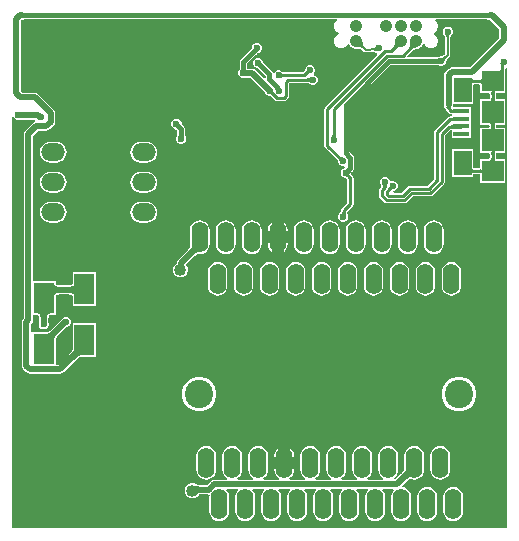
<source format=gbl>
G04*
G04 #@! TF.GenerationSoftware,Altium Limited,Altium Designer,21.0.8 (223)*
G04*
G04 Layer_Physical_Order=2*
G04 Layer_Color=16711680*
%FSLAX25Y25*%
%MOIN*%
G70*
G04*
G04 #@! TF.SameCoordinates,53D1A9A1-71C5-4B57-A858-D8A7AC7FB82A*
G04*
G04*
G04 #@! TF.FilePolarity,Positive*
G04*
G01*
G75*
%ADD11C,0.01000*%
%ADD65C,0.02000*%
%ADD66C,0.00800*%
%ADD67C,0.01500*%
%ADD78C,0.04134*%
%ADD79O,0.07874X0.05906*%
%ADD80O,0.05512X0.10236*%
%ADD81C,0.09449*%
%ADD82C,0.01968*%
%ADD83C,0.02362*%
%ADD84C,0.04000*%
%ADD85C,0.03937*%
%ADD86R,0.07480X0.07480*%
%ADD87R,0.07480X0.07087*%
%ADD88R,0.05315X0.01575*%
%ADD89R,0.06299X0.08268*%
%ADD90R,0.06890X0.10433*%
G36*
X355946Y383251D02*
X355873Y383163D01*
X355809Y383072D01*
X355754Y382979D01*
X355707Y382882D01*
X355668Y382783D01*
X355638Y382682D01*
X355617Y382577D01*
X355604Y382470D01*
X355600Y382359D01*
X354800D01*
X354796Y382470D01*
X354783Y382577D01*
X354762Y382682D01*
X354732Y382783D01*
X354693Y382882D01*
X354646Y382979D01*
X354591Y383072D01*
X354527Y383163D01*
X354454Y383251D01*
X354373Y383336D01*
X356027D01*
X355946Y383251D01*
D02*
G37*
G36*
X326790Y380997D02*
X326876Y380468D01*
X326930Y380234D01*
X326991Y380021D01*
X327059Y379828D01*
X327135Y379655D01*
X327218Y379503D01*
X327308Y379371D01*
X327406Y379260D01*
X326900Y378635D01*
X326777Y378741D01*
X326639Y378834D01*
X326483Y378911D01*
X326311Y378974D01*
X326123Y379023D01*
X325918Y379056D01*
X325696Y379076D01*
X325458Y379080D01*
X325204Y379071D01*
X324933Y379046D01*
X326758Y381292D01*
X326790Y380997D01*
D02*
G37*
G36*
X339679Y379033D02*
X339422Y379030D01*
X338950Y378986D01*
X338736Y378946D01*
X338536Y378894D01*
X338351Y378830D01*
X338181Y378754D01*
X338026Y378665D01*
X337885Y378564D01*
X337758Y378451D01*
X337051Y379158D01*
X337164Y379285D01*
X337265Y379426D01*
X337354Y379581D01*
X337430Y379751D01*
X337494Y379936D01*
X337546Y380136D01*
X337586Y380350D01*
X337614Y380578D01*
X337630Y380821D01*
X337633Y381079D01*
X339679Y379033D01*
D02*
G37*
G36*
X345033Y379060D02*
X344763Y379011D01*
X344273Y378895D01*
X344054Y378827D01*
X343667Y378673D01*
X343498Y378586D01*
X343347Y378493D01*
X343213Y378394D01*
X343095Y378288D01*
X342262Y378869D01*
X342379Y379001D01*
X342480Y379145D01*
X342563Y379301D01*
X342629Y379469D01*
X342679Y379649D01*
X342711Y379840D01*
X342725Y380044D01*
X342723Y380259D01*
X342704Y380487D01*
X342667Y380726D01*
X345033Y379060D01*
D02*
G37*
G36*
X331552Y377602D02*
X331449Y377666D01*
X331243Y377773D01*
X331139Y377817D01*
X331034Y377854D01*
X330930Y377884D01*
X330824Y377907D01*
X330719Y377924D01*
X330613Y377934D01*
X330506Y377938D01*
X330320Y378738D01*
X330433Y378743D01*
X330540Y378757D01*
X330642Y378781D01*
X330738Y378815D01*
X330829Y378858D01*
X330914Y378910D01*
X330994Y378973D01*
X331068Y379045D01*
X331137Y379126D01*
X331200Y379218D01*
X331552Y377602D01*
D02*
G37*
G36*
X354902Y375583D02*
X354704Y375383D01*
X354533Y375187D01*
X354479Y375106D01*
X354428Y375013D01*
X354385Y374915D01*
X354350Y374814D01*
X354324Y374709D01*
X354305Y374599D01*
X354294Y374486D01*
X354291Y374369D01*
X354039Y374621D01*
X353902Y374465D01*
X353870Y374402D01*
X353860Y374356D01*
X353110Y375107D01*
X353155Y375117D01*
X353218Y375148D01*
X353298Y375201D01*
X353390Y375270D01*
X353122Y375538D01*
X353239Y375540D01*
X353353Y375551D01*
X353462Y375570D01*
X353567Y375597D01*
X353669Y375632D01*
X353766Y375675D01*
X353859Y375726D01*
X353948Y375785D01*
X354023Y375844D01*
X354137Y375951D01*
X354336Y376149D01*
X354902Y375583D01*
D02*
G37*
G36*
X352267Y373530D02*
X352245Y373545D01*
X352211Y373558D01*
X352165Y373569D01*
X352106Y373579D01*
X351951Y373594D01*
X351745Y373604D01*
X351489Y373607D01*
Y375107D01*
X351623Y375108D01*
X352165Y375144D01*
X352211Y375156D01*
X352245Y375169D01*
X352267Y375184D01*
Y373530D01*
D02*
G37*
G36*
X368266Y388519D02*
X368762Y388187D01*
X369347Y388071D01*
X369414D01*
X372471Y385014D01*
Y382033D01*
X362714Y372276D01*
X356623D01*
X356037Y372160D01*
X355541Y371829D01*
X354430Y370717D01*
X354098Y370221D01*
X353982Y369636D01*
Y359723D01*
X354098Y359138D01*
X354276Y358871D01*
X354306Y358762D01*
X354349Y358707D01*
X354417Y358608D01*
X354435Y358576D01*
X354451Y358545D01*
X354461Y358521D01*
X354467Y358504D01*
X354469Y358495D01*
X354469Y358493D01*
X354471Y358469D01*
X354516Y358374D01*
X354569Y358108D01*
X354790Y357778D01*
X355602Y356966D01*
X355933Y356745D01*
X356216Y356688D01*
X356316Y356645D01*
X356436Y356644D01*
X356511Y356639D01*
Y356052D01*
X356509Y356049D01*
X356489Y356041D01*
X356418Y356022D01*
X356315Y356005D01*
X356182Y355993D01*
X356009Y355988D01*
X355961Y355967D01*
X355960D01*
X355570Y355889D01*
X355239Y355668D01*
X350979Y351408D01*
X350758Y351078D01*
X350680Y350687D01*
Y335175D01*
X348414Y332909D01*
X342620D01*
X342230Y332832D01*
X341899Y332611D01*
X339759Y330470D01*
X337203D01*
X336973Y330970D01*
X337005Y331009D01*
X337157D01*
X337775Y331264D01*
X338248Y331737D01*
X338504Y332355D01*
Y333024D01*
X338248Y333642D01*
X337775Y334115D01*
X337157Y334371D01*
X336489D01*
X336461Y334359D01*
X335893Y334665D01*
X335743Y335026D01*
X335270Y335499D01*
X334652Y335755D01*
X333983D01*
X333366Y335499D01*
X332893Y335026D01*
X332637Y334408D01*
Y333739D01*
X332893Y333122D01*
X333007Y333007D01*
X333025Y332939D01*
X332932Y332482D01*
X332657Y332207D01*
X332436Y331876D01*
X332359Y331486D01*
Y329415D01*
X332436Y329025D01*
X332657Y328694D01*
X334122Y327230D01*
X334453Y327009D01*
X334843Y326931D01*
X340802D01*
X341192Y327009D01*
X341523Y327230D01*
X343663Y329370D01*
X349458D01*
X349848Y329448D01*
X350179Y329669D01*
X353921Y333411D01*
X354142Y333741D01*
X354220Y334132D01*
Y349644D01*
X355961Y351385D01*
X355970D01*
X356021Y351363D01*
X356511Y351362D01*
Y348829D01*
Y348829D01*
X359668D01*
X362826D01*
Y348829D01*
Y351388D01*
Y353947D01*
Y356506D01*
Y359081D01*
X357423D01*
X357012Y359581D01*
X357040Y359723D01*
Y360246D01*
X363810D01*
Y366537D01*
X363822Y366542D01*
X363896Y366562D01*
X364002Y366579D01*
X364136Y366591D01*
X364312Y366595D01*
X364360Y366617D01*
X365410D01*
X365458Y366595D01*
X365634Y366591D01*
X365769Y366579D01*
X365874Y366562D01*
X365948Y366542D01*
X365960Y366537D01*
Y363593D01*
X369101D01*
X369106Y363581D01*
X369125Y363507D01*
X369143Y363402D01*
X369154Y363267D01*
X369159Y363091D01*
X369180Y363043D01*
Y362190D01*
X369159Y362142D01*
X369154Y361966D01*
X369143Y361831D01*
X369125Y361726D01*
X369106Y361652D01*
X369101Y361640D01*
X365960D01*
Y353160D01*
X369101D01*
X369106Y353148D01*
X369125Y353074D01*
X369143Y352969D01*
X369154Y352834D01*
X369159Y352676D01*
X369154Y352518D01*
X369143Y352383D01*
X369125Y352277D01*
X369106Y352203D01*
X369101Y352191D01*
X365960D01*
Y343711D01*
X369101D01*
X369106Y343699D01*
X369125Y343625D01*
X369143Y343520D01*
X369154Y343385D01*
X369159Y343209D01*
X369180Y343161D01*
Y342308D01*
X369159Y342260D01*
X369154Y342084D01*
X369143Y341950D01*
X369125Y341844D01*
X369106Y341770D01*
X369101Y341758D01*
X365960D01*
Y338820D01*
X365958Y338817D01*
X365938Y338809D01*
X365867Y338789D01*
X365763Y338772D01*
X365631Y338760D01*
X365458Y338756D01*
X365409Y338735D01*
X364361D01*
X364313Y338756D01*
X364139Y338760D01*
X364007Y338772D01*
X363903Y338789D01*
X363832Y338809D01*
X363812Y338817D01*
X363810Y338820D01*
Y345105D01*
X356511D01*
Y335837D01*
X363810D01*
Y336610D01*
X363812Y336613D01*
X363832Y336621D01*
X363903Y336641D01*
X364007Y336658D01*
X364139Y336669D01*
X364313Y336674D01*
X364361Y336695D01*
X365409D01*
X365458Y336674D01*
X365631Y336669D01*
X365763Y336658D01*
X365867Y336641D01*
X365938Y336621D01*
X365958Y336613D01*
X365960Y336610D01*
Y333672D01*
X374440D01*
Y341758D01*
X371299D01*
X371294Y341770D01*
X371275Y341844D01*
X371257Y341950D01*
X371246Y342084D01*
X371241Y342260D01*
X371220Y342308D01*
Y343161D01*
X371241Y343209D01*
X371246Y343385D01*
X371257Y343520D01*
X371275Y343625D01*
X371294Y343699D01*
X371299Y343711D01*
X374440D01*
Y352191D01*
X371299D01*
X371294Y352203D01*
X371275Y352277D01*
X371257Y352383D01*
X371246Y352518D01*
X371241Y352676D01*
X371246Y352834D01*
X371257Y352969D01*
X371275Y353074D01*
X371294Y353148D01*
X371299Y353160D01*
X374440D01*
Y361640D01*
X371299D01*
X371294Y361652D01*
X371275Y361726D01*
X371257Y361831D01*
X371246Y361966D01*
X371241Y362142D01*
X371220Y362190D01*
Y363043D01*
X371241Y363091D01*
X371246Y363267D01*
X371257Y363402D01*
X371275Y363507D01*
X371294Y363581D01*
X371299Y363593D01*
X374440D01*
Y370581D01*
X374460Y370679D01*
Y371139D01*
X374469Y371161D01*
X374480Y372085D01*
X374980Y372082D01*
Y218720D01*
X210103Y218720D01*
X210103Y355620D01*
X210603Y355720D01*
X210718Y355443D01*
X211190Y354970D01*
X211808Y354714D01*
X212477D01*
X212843Y354866D01*
X217639D01*
X217763Y354663D01*
X217519Y354104D01*
X217503Y354101D01*
X217007Y353770D01*
X214319Y351081D01*
X213987Y350585D01*
X213871Y350000D01*
Y288795D01*
X213633Y288558D01*
X213301Y288061D01*
X213185Y287476D01*
Y272872D01*
X213301Y272286D01*
X213633Y271790D01*
X214805Y270619D01*
X215301Y270287D01*
X215886Y270171D01*
X226136D01*
X226722Y270287D01*
X227218Y270619D01*
X231010Y274411D01*
X231036Y274420D01*
X231815Y275145D01*
X232140Y275405D01*
X232431Y275609D01*
X232623Y275719D01*
X233454D01*
X233496Y275702D01*
X233537Y275719D01*
X233537D01*
X233581Y275709D01*
X233598Y275719D01*
X238045D01*
Y287152D01*
X230155D01*
Y279162D01*
X230145Y279145D01*
X230155Y279101D01*
Y279101D01*
X230138Y279059D01*
X230155Y279018D01*
Y278187D01*
X230045Y277995D01*
X229846Y277710D01*
X229249Y277005D01*
X228864Y276607D01*
X228853Y276579D01*
X225503Y273229D01*
X224545D01*
Y280790D01*
X224568Y280827D01*
X224557Y280870D01*
X224574Y280911D01*
X224545Y280982D01*
Y281777D01*
X224660Y281980D01*
X224859Y282264D01*
X225453Y282967D01*
X225836Y283364D01*
X225847Y283391D01*
X228136Y285680D01*
X228234D01*
X228852Y285936D01*
X229324Y286409D01*
X229580Y287027D01*
Y287696D01*
X229324Y288314D01*
X228852Y288787D01*
X228234Y289042D01*
X227565D01*
X226947Y288787D01*
X226595Y288435D01*
X226504Y288373D01*
X223690Y285560D01*
X223665Y285551D01*
X222887Y284829D01*
X222564Y284570D01*
X222273Y284368D01*
X222070Y284252D01*
X221275D01*
X221204Y284281D01*
X221163Y284264D01*
X221120Y284275D01*
X221083Y284252D01*
X216655D01*
X216244Y284466D01*
Y286843D01*
X216481Y287080D01*
X216813Y287576D01*
X216929Y288162D01*
Y289748D01*
X218453D01*
X218479Y289734D01*
X218605Y289721D01*
X218651Y289704D01*
X218692Y289677D01*
X218742Y289623D01*
X218801Y289525D01*
X218862Y289375D01*
X218916Y289172D01*
X218959Y288916D01*
X218986Y288612D01*
X218995Y288246D01*
X219007Y288220D01*
Y287336D01*
X218855Y286969D01*
Y286301D01*
X219111Y285683D01*
X219584Y285210D01*
X220202Y284954D01*
X220870D01*
X221488Y285210D01*
X221961Y285683D01*
X222217Y286301D01*
Y286969D01*
X222065Y287336D01*
Y288220D01*
X222077Y288246D01*
X222087Y288612D01*
X222113Y288916D01*
X222156Y289172D01*
X222210Y289375D01*
X222271Y289525D01*
X222330Y289623D01*
X222380Y289677D01*
X222421Y289704D01*
X222467Y289721D01*
X222593Y289734D01*
X222619Y289748D01*
X224545D01*
Y296060D01*
X224571Y296108D01*
X224584Y296234D01*
X224601Y296281D01*
X224628Y296321D01*
X224681Y296371D01*
X224778Y296430D01*
X224926Y296491D01*
X225128Y296545D01*
X225381Y296587D01*
X225684Y296614D01*
X226047Y296624D01*
X226073Y296635D01*
X228627D01*
X228653Y296624D01*
X229019Y296614D01*
X229324Y296587D01*
X229579Y296545D01*
X229782Y296491D01*
X229932Y296430D01*
X230030Y296370D01*
X230084Y296320D01*
X230111Y296280D01*
X230128Y296234D01*
X230141Y296108D01*
X230155Y296081D01*
Y292648D01*
X238045D01*
Y304081D01*
X230155D01*
Y300248D01*
X230141Y300222D01*
X230128Y300095D01*
X230111Y300050D01*
X230084Y300009D01*
X230030Y299959D01*
X229932Y299900D01*
X229782Y299839D01*
X229579Y299784D01*
X229324Y299742D01*
X229019Y299715D01*
X228653Y299706D01*
X228627Y299694D01*
X226073D01*
X226047Y299706D01*
X225684Y299715D01*
X225381Y299742D01*
X225128Y299784D01*
X224926Y299838D01*
X224778Y299899D01*
X224681Y299958D01*
X224628Y300008D01*
X224601Y300048D01*
X224584Y300095D01*
X224571Y300221D01*
X224545Y300270D01*
Y301181D01*
X216929D01*
Y349366D01*
X218722Y351159D01*
X221435D01*
X222021Y351275D01*
X222517Y351607D01*
X223981Y353071D01*
X224313Y353567D01*
X224429Y354153D01*
Y357035D01*
X224313Y357621D01*
X223981Y358117D01*
X218717Y363381D01*
X218221Y363713D01*
X217635Y363829D01*
X213435D01*
X212867Y364398D01*
Y387795D01*
X213142Y388071D01*
X213209D01*
X213794Y388187D01*
X214290Y388519D01*
X214329Y388576D01*
X318197D01*
X318325Y388210D01*
X318335Y388075D01*
X317697Y387438D01*
X317338Y386570D01*
Y385630D01*
X317697Y384762D01*
X318362Y384097D01*
X318910Y383871D01*
Y383329D01*
X318362Y383103D01*
X317697Y382438D01*
X317338Y381570D01*
Y380630D01*
X317697Y379762D01*
X318362Y379097D01*
X319230Y378738D01*
X320170D01*
X321038Y379097D01*
X321703Y379762D01*
X321812Y380027D01*
X322068Y380069D01*
X322354Y380029D01*
X322646Y379524D01*
X323124Y379046D01*
X323709Y378708D01*
X324362Y378533D01*
X324898D01*
X324981Y378507D01*
X325239Y378530D01*
X325464Y378539D01*
X325668Y378535D01*
X325850Y378519D01*
X326011Y378492D01*
X326150Y378457D01*
X326269Y378413D01*
X326367Y378364D01*
X326448Y378310D01*
X326544Y378227D01*
X326554Y378224D01*
X326559Y378214D01*
X326600Y378202D01*
X327251Y377551D01*
X327549Y377352D01*
X327900Y377282D01*
X329419D01*
X329770Y377352D01*
X329872Y377420D01*
X330437D01*
X330489Y377397D01*
X330578Y377394D01*
X330651Y377387D01*
X330723Y377376D01*
X330795Y377360D01*
X330869Y377338D01*
X330943Y377312D01*
X331012Y377283D01*
X331181Y377195D01*
X331266Y377142D01*
X331323Y377133D01*
X331651Y376997D01*
X331808Y376446D01*
X314386Y359024D01*
X314165Y358693D01*
X314087Y358303D01*
Y346239D01*
X314165Y345848D01*
X314386Y345518D01*
X318255Y341648D01*
X318274Y341599D01*
X318346Y341523D01*
X318399Y341461D01*
X318443Y341401D01*
X318479Y341346D01*
X318507Y341294D01*
X318528Y341245D01*
X318543Y341200D01*
X318553Y341158D01*
X318559Y341118D01*
X318563Y341052D01*
X318603Y340967D01*
Y340750D01*
X318859Y340132D01*
X319332Y339659D01*
X319950Y339403D01*
X320619D01*
X321126Y339072D01*
X321140Y339021D01*
X321020Y338901D01*
X320764Y338658D01*
X320244Y338442D01*
X319771Y337970D01*
X319515Y337352D01*
Y336683D01*
X319771Y336065D01*
X320244Y335592D01*
X320862Y335336D01*
X321099D01*
X321187Y335296D01*
X321252Y335293D01*
X321292Y335288D01*
X321333Y335278D01*
X321377Y335263D01*
X321425Y335243D01*
X321476Y335216D01*
X321531Y335181D01*
X321590Y335137D01*
X321595Y335133D01*
X321780Y334955D01*
Y327222D01*
X319940Y325382D01*
X319719Y325051D01*
X319641Y324661D01*
Y324553D01*
X319636Y324546D01*
X319641Y324511D01*
Y324477D01*
X319620Y324430D01*
X319617Y324328D01*
X319609Y324254D01*
X319598Y324193D01*
X319584Y324144D01*
X319570Y324106D01*
X319556Y324077D01*
X319542Y324057D01*
X319528Y324041D01*
X319513Y324027D01*
X319468Y323996D01*
X319456Y323977D01*
X319448Y323973D01*
X318975Y323500D01*
X318719Y322882D01*
Y322214D01*
X318975Y321596D01*
X319448Y321123D01*
X320066Y320867D01*
X320734D01*
X321352Y321123D01*
X321825Y321596D01*
X322081Y322214D01*
Y322882D01*
X321868Y323397D01*
X321858Y323464D01*
X321824Y323521D01*
X321802Y323565D01*
X321781Y323616D01*
X321762Y323673D01*
X321745Y323737D01*
X321730Y323808D01*
X321719Y323879D01*
X321704Y324068D01*
X321702Y324171D01*
X321680Y324220D01*
Y324238D01*
X323521Y326079D01*
X323742Y326410D01*
X323820Y326800D01*
Y335413D01*
X323742Y335804D01*
X323521Y336134D01*
X323412Y336243D01*
X323392Y336294D01*
X323124Y336567D01*
X323076Y336623D01*
X323033Y336682D01*
X322998Y336737D01*
X322970Y336789D01*
X322950Y336836D01*
X322935Y336880D01*
X322926Y336921D01*
X322920Y336961D01*
X322918Y337026D01*
X322892Y337082D01*
X322898Y337090D01*
X323140Y337367D01*
X323222Y337451D01*
X323238Y337491D01*
X323252Y337504D01*
X323283Y337524D01*
X323286Y337538D01*
X323617Y337869D01*
X323893Y338282D01*
X323990Y338770D01*
Y342091D01*
X323893Y342579D01*
X323617Y342992D01*
X322460Y344149D01*
Y359257D01*
X336285Y373082D01*
X351444D01*
X351482Y373065D01*
X351729Y373063D01*
X351912Y373054D01*
X352034Y373042D01*
X352049Y373040D01*
X352158Y372932D01*
X352776Y372676D01*
X353444D01*
X354062Y372932D01*
X354535Y373404D01*
X354791Y374022D01*
Y374263D01*
X354832Y374356D01*
X354834Y374454D01*
X354841Y374528D01*
X354853Y374596D01*
X354869Y374659D01*
X354889Y374718D01*
X354914Y374773D01*
X354943Y374826D01*
X354964Y374859D01*
X355101Y375014D01*
X355287Y375202D01*
X355310Y375259D01*
X355849Y375798D01*
X356048Y376096D01*
X356118Y376447D01*
Y382288D01*
X356141Y382338D01*
X356144Y382427D01*
X356152Y382491D01*
X356164Y382551D01*
X356181Y382609D01*
X356203Y382665D01*
X356230Y382721D01*
X356264Y382778D01*
X356303Y382834D01*
X356351Y382891D01*
X356418Y382962D01*
X356455Y383057D01*
X356625Y383227D01*
X356881Y383845D01*
Y384514D01*
X356625Y385132D01*
X356152Y385604D01*
X355534Y385860D01*
X354866D01*
X354248Y385604D01*
X353775Y385132D01*
X353519Y384514D01*
Y383845D01*
X353775Y383227D01*
X353945Y383057D01*
X353981Y382962D01*
X354049Y382891D01*
X354097Y382834D01*
X354136Y382778D01*
X354170Y382721D01*
X354197Y382665D01*
X354219Y382609D01*
X354236Y382551D01*
X354248Y382491D01*
X354256Y382427D01*
X354259Y382338D01*
X354282Y382288D01*
Y376827D01*
X354012Y376556D01*
X353956Y376533D01*
X353760Y376340D01*
X353669Y376254D01*
X353631Y376224D01*
X353579Y376190D01*
X353526Y376161D01*
X353471Y376136D01*
X353412Y376116D01*
X353349Y376100D01*
X353281Y376088D01*
X353207Y376081D01*
X353109Y376079D01*
X353016Y376038D01*
X352776D01*
X352158Y375782D01*
X352055Y375679D01*
X351603Y375649D01*
X351486Y375648D01*
X351446Y375631D01*
X341826D01*
X341635Y376093D01*
X343412Y377870D01*
X343458Y377886D01*
X343556Y377974D01*
X343650Y378045D01*
X343764Y378115D01*
X343891Y378180D01*
X344234Y378317D01*
X344416Y378373D01*
X344874Y378482D01*
X345129Y378527D01*
X345209Y378579D01*
X345691Y378708D01*
X346276Y379046D01*
X346754Y379524D01*
X347046Y380029D01*
X347332Y380069D01*
X347588Y380027D01*
X347697Y379762D01*
X348362Y379097D01*
X349230Y378738D01*
X350170D01*
X351038Y379097D01*
X351703Y379762D01*
X352062Y380630D01*
Y381570D01*
X351703Y382438D01*
X351038Y383103D01*
X350490Y383329D01*
Y383871D01*
X351038Y384097D01*
X351703Y384762D01*
X352062Y385630D01*
Y386570D01*
X351703Y387438D01*
X351065Y388075D01*
X351075Y388210D01*
X351203Y388576D01*
X368228D01*
X368266Y388519D01*
D02*
G37*
G36*
X374331Y373136D02*
X374257Y373094D01*
X374191Y373043D01*
X374132Y372983D01*
X374081Y372914D01*
X374038Y372837D01*
X374003Y372750D01*
X373975Y372655D01*
X373956Y372551D01*
X373944Y372438D01*
X373940Y372317D01*
X372940Y372702D01*
X372938Y372823D01*
X372912Y373153D01*
X372897Y373253D01*
X372854Y373434D01*
X372828Y373517D01*
X372798Y373594D01*
X372765Y373666D01*
X374331Y373136D01*
D02*
G37*
G36*
X373928Y371167D02*
X372440Y371156D01*
X372535Y371166D01*
X372620Y371197D01*
X372695Y371248D01*
X372760Y371319D01*
X372815Y371410D01*
X372860Y371522D01*
X372895Y371653D01*
X372920Y371804D01*
X372935Y371976D01*
X372940Y372167D01*
X373940D01*
X373928Y371167D01*
D02*
G37*
G36*
X366484Y366636D02*
X366474Y366731D01*
X366443Y366816D01*
X366393Y366891D01*
X366322Y366956D01*
X366231Y367011D01*
X366120Y367056D01*
X365988Y367091D01*
X365836Y367116D01*
X365664Y367131D01*
X365472Y367136D01*
Y368136D01*
X365664Y368141D01*
X365836Y368156D01*
X365988Y368181D01*
X366120Y368216D01*
X366231Y368261D01*
X366322Y368316D01*
X366393Y368381D01*
X366443Y368456D01*
X366474Y368541D01*
X366484Y368636D01*
Y366636D01*
D02*
G37*
G36*
X363296Y368541D02*
X363327Y368456D01*
X363377Y368381D01*
X363448Y368316D01*
X363539Y368261D01*
X363651Y368216D01*
X363782Y368181D01*
X363934Y368156D01*
X364106Y368141D01*
X364298Y368136D01*
Y367136D01*
X364106Y367131D01*
X363934Y367116D01*
X363782Y367091D01*
X363651Y367056D01*
X363539Y367011D01*
X363448Y366956D01*
X363377Y366891D01*
X363327Y366816D01*
X363296Y366731D01*
X363286Y366636D01*
Y368636D01*
X363296Y368541D01*
D02*
G37*
G36*
X371105Y364107D02*
X371020Y364076D01*
X370945Y364026D01*
X370880Y363955D01*
X370825Y363864D01*
X370780Y363753D01*
X370745Y363621D01*
X370720Y363469D01*
X370705Y363297D01*
X370700Y363105D01*
X369700D01*
X369695Y363297D01*
X369680Y363469D01*
X369655Y363621D01*
X369620Y363753D01*
X369575Y363864D01*
X369520Y363955D01*
X369455Y364026D01*
X369380Y364076D01*
X369295Y364107D01*
X369200Y364117D01*
X371200D01*
X371105Y364107D01*
D02*
G37*
G36*
X370705Y361936D02*
X370720Y361764D01*
X370745Y361612D01*
X370780Y361480D01*
X370825Y361369D01*
X370880Y361278D01*
X370945Y361207D01*
X371020Y361157D01*
X371105Y361126D01*
X371200Y361116D01*
X369200D01*
X369295Y361126D01*
X369380Y361157D01*
X369455Y361207D01*
X369520Y361278D01*
X369575Y361369D01*
X369620Y361480D01*
X369655Y361612D01*
X369680Y361764D01*
X369695Y361936D01*
X369700Y362128D01*
X370700D01*
X370705Y361936D01*
D02*
G37*
G36*
X356236Y359026D02*
X356147Y358896D01*
X356111Y358834D01*
X356080Y358773D01*
X356055Y358715D01*
X356036Y358658D01*
X356022Y358603D01*
X356014Y358550D01*
X356011Y358498D01*
X355011D01*
X355008Y358550D01*
X355000Y358603D01*
X354986Y358658D01*
X354967Y358715D01*
X354942Y358773D01*
X354911Y358834D01*
X354875Y358896D01*
X354786Y359026D01*
X354733Y359094D01*
X356289D01*
X356236Y359026D01*
D02*
G37*
G36*
X357023Y357018D02*
X357016Y357050D01*
X356995Y357079D01*
X356960Y357104D01*
X356911Y357126D01*
X356848Y357144D01*
X356771Y357160D01*
X356680Y357172D01*
X356456Y357185D01*
X356323Y357187D01*
Y358187D01*
X356456Y358189D01*
X356680Y358205D01*
X356771Y358219D01*
X356848Y358237D01*
X356911Y358259D01*
X356960Y358285D01*
X356995Y358315D01*
X357016Y358349D01*
X357023Y358387D01*
Y357018D01*
D02*
G37*
G36*
Y354459D02*
X357013Y354457D01*
X356983Y354455D01*
X356533Y354448D01*
X356023Y354447D01*
Y355447D01*
X356213Y355452D01*
X356383Y355467D01*
X356533Y355492D01*
X356663Y355527D01*
X356773Y355572D01*
X356863Y355627D01*
X356933Y355692D01*
X356983Y355767D01*
X357013Y355852D01*
X357023Y355947D01*
Y354459D01*
D02*
G37*
G36*
Y351900D02*
X357013Y351901D01*
X356983Y351902D01*
X356023Y351905D01*
Y352905D01*
X356213Y352910D01*
X356383Y352925D01*
X356533Y352950D01*
X356663Y352985D01*
X356773Y353030D01*
X356863Y353085D01*
X356933Y353150D01*
X356983Y353225D01*
X357013Y353310D01*
X357023Y353405D01*
Y351900D01*
D02*
G37*
G36*
X371105Y353674D02*
X371020Y353643D01*
X370945Y353593D01*
X370880Y353522D01*
X370825Y353431D01*
X370780Y353320D01*
X370745Y353188D01*
X370720Y353036D01*
X370705Y352864D01*
X370700Y352676D01*
X370705Y352487D01*
X370720Y352315D01*
X370745Y352163D01*
X370780Y352032D01*
X370825Y351920D01*
X370880Y351829D01*
X370945Y351758D01*
X371020Y351708D01*
X371105Y351677D01*
X371200Y351667D01*
X369200D01*
X369295Y351677D01*
X369380Y351708D01*
X369455Y351758D01*
X369520Y351829D01*
X369575Y351920D01*
X369620Y352032D01*
X369655Y352163D01*
X369680Y352315D01*
X369695Y352487D01*
X369700Y352676D01*
X369695Y352864D01*
X369680Y353036D01*
X369655Y353188D01*
X369620Y353320D01*
X369575Y353431D01*
X369520Y353522D01*
X369455Y353593D01*
X369380Y353643D01*
X369295Y353674D01*
X369200Y353684D01*
X371200D01*
X371105Y353674D01*
D02*
G37*
G36*
X317791Y349759D02*
X317801Y349644D01*
X317817Y349536D01*
X317840Y349434D01*
X317870Y349337D01*
X317906Y349247D01*
X317948Y349162D01*
X317997Y349083D01*
X318053Y349010D01*
X318115Y348943D01*
X316461D01*
X316523Y349010D01*
X316579Y349083D01*
X316628Y349162D01*
X316670Y349247D01*
X316706Y349337D01*
X316736Y349434D01*
X316759Y349536D01*
X316775Y349644D01*
X316785Y349759D01*
X316788Y349879D01*
X317788D01*
X317791Y349759D01*
D02*
G37*
G36*
X371105Y344225D02*
X371020Y344195D01*
X370945Y344144D01*
X370880Y344073D01*
X370825Y343982D01*
X370780Y343871D01*
X370745Y343739D01*
X370720Y343587D01*
X370705Y343415D01*
X370700Y343223D01*
X369700D01*
X369695Y343415D01*
X369680Y343587D01*
X369655Y343739D01*
X369620Y343871D01*
X369575Y343982D01*
X369520Y344073D01*
X369455Y344144D01*
X369380Y344195D01*
X369295Y344225D01*
X369200Y344235D01*
X371200D01*
X371105Y344225D01*
D02*
G37*
G36*
X370705Y342054D02*
X370720Y341882D01*
X370745Y341730D01*
X370780Y341599D01*
X370825Y341487D01*
X370880Y341396D01*
X370945Y341325D01*
X371020Y341275D01*
X371105Y341244D01*
X371200Y341234D01*
X369200D01*
X369295Y341244D01*
X369380Y341275D01*
X369455Y341325D01*
X369520Y341396D01*
X369575Y341487D01*
X369620Y341599D01*
X369655Y341730D01*
X369680Y341882D01*
X369695Y342054D01*
X369700Y342246D01*
X370700D01*
X370705Y342054D01*
D02*
G37*
G36*
X319451Y342607D02*
X319539Y342533D01*
X319627Y342468D01*
X319715Y342412D01*
X319804Y342366D01*
X319894Y342327D01*
X319984Y342298D01*
X320074Y342278D01*
X320165Y342267D01*
X320256Y342265D01*
X319103Y341080D01*
X319098Y341171D01*
X319085Y341262D01*
X319063Y341352D01*
X319033Y341442D01*
X318993Y341531D01*
X318945Y341620D01*
X318889Y341709D01*
X318824Y341797D01*
X318750Y341884D01*
X318667Y341971D01*
X319364Y342689D01*
X319451Y342607D01*
D02*
G37*
G36*
X322836Y337830D02*
X322743Y337735D01*
X322471Y337424D01*
X322429Y337364D01*
X322397Y337311D01*
X322376Y337265D01*
X322365Y337226D01*
X322364Y337194D01*
X321043Y338188D01*
X321054Y338194D01*
X321075Y338210D01*
X321106Y338236D01*
X321397Y338513D01*
X321578Y338693D01*
X322836Y337830D01*
D02*
G37*
G36*
X366472Y336715D02*
X366462Y336810D01*
X366432Y336895D01*
X366382Y336970D01*
X366312Y337035D01*
X366222Y337090D01*
X366112Y337135D01*
X365982Y337170D01*
X365832Y337195D01*
X365662Y337210D01*
X365472Y337215D01*
Y338215D01*
X365662Y338220D01*
X365832Y338235D01*
X365982Y338260D01*
X366112Y338295D01*
X366222Y338340D01*
X366312Y338395D01*
X366382Y338460D01*
X366432Y338535D01*
X366462Y338620D01*
X366472Y338715D01*
Y336715D01*
D02*
G37*
G36*
X363308Y338620D02*
X363338Y338535D01*
X363388Y338460D01*
X363458Y338395D01*
X363548Y338340D01*
X363658Y338295D01*
X363788Y338260D01*
X363938Y338235D01*
X364108Y338220D01*
X364298Y338215D01*
Y337215D01*
X364108Y337210D01*
X363938Y337195D01*
X363788Y337170D01*
X363658Y337135D01*
X363548Y337090D01*
X363458Y337035D01*
X363388Y336970D01*
X363338Y336895D01*
X363308Y336810D01*
X363298Y336715D01*
Y338715D01*
X363308Y338620D01*
D02*
G37*
G36*
X321957Y336999D02*
X321989Y336960D01*
X322116Y336821D01*
X322153Y336782D01*
X322377Y337005D01*
X322381Y336914D01*
X322393Y336823D01*
X322414Y336733D01*
X322444Y336643D01*
X322482Y336554D01*
X322530Y336465D01*
X322586Y336376D01*
X322651Y336288D01*
X322723Y336203D01*
X323006Y335915D01*
X322299Y335208D01*
X321957Y335535D01*
X321925Y335562D01*
X321837Y335627D01*
X321749Y335684D01*
X321660Y335731D01*
X321570Y335770D01*
X321480Y335800D01*
X321390Y335821D01*
X321299Y335833D01*
X321208Y335836D01*
X321422Y336050D01*
X321196Y336267D01*
X321946Y337018D01*
X321957Y336999D01*
D02*
G37*
G36*
X334931Y333064D02*
X334879Y333027D01*
X334833Y332979D01*
X334792Y332923D01*
X334756Y332857D01*
X334726Y332782D01*
X334701Y332697D01*
X334682Y332603D01*
X334669Y332500D01*
X334660Y332387D01*
X334658Y332266D01*
X333658Y332386D01*
X333656Y332514D01*
X333640Y332745D01*
X333625Y332846D01*
X333607Y332939D01*
X333585Y333022D01*
X333559Y333097D01*
X333529Y333162D01*
X333494Y333219D01*
X333456Y333266D01*
X334931Y333064D01*
D02*
G37*
G36*
X336726Y331512D02*
X336635Y331515D01*
X336545Y331508D01*
X336454Y331492D01*
X336365Y331467D01*
X336275Y331431D01*
X336186Y331387D01*
X336097Y331332D01*
X336009Y331269D01*
X335921Y331196D01*
X335834Y331113D01*
X335183Y331876D01*
X335265Y331963D01*
X335340Y332051D01*
X335406Y332138D01*
X335465Y332226D01*
X335515Y332315D01*
X335557Y332403D01*
X335591Y332493D01*
X335617Y332582D01*
X335634Y332672D01*
X335644Y332763D01*
X336726Y331512D01*
D02*
G37*
G36*
X321161Y324160D02*
X321163Y324040D01*
X321182Y323815D01*
X321198Y323711D01*
X321219Y323611D01*
X321244Y323516D01*
X321274Y323427D01*
X321309Y323342D01*
X321349Y323263D01*
X321392Y323188D01*
X319780Y323553D01*
X319852Y323604D01*
X319917Y323663D01*
X319974Y323729D01*
X320023Y323803D01*
X320065Y323886D01*
X320100Y323975D01*
X320126Y324073D01*
X320145Y324179D01*
X320157Y324292D01*
X320161Y324413D01*
X321161Y324160D01*
D02*
G37*
G36*
X230679Y296165D02*
X230659Y296355D01*
X230599Y296525D01*
X230498Y296675D01*
X230357Y296805D01*
X230176Y296915D01*
X229955Y297005D01*
X229693Y297075D01*
X229391Y297125D01*
X229049Y297155D01*
X228667Y297165D01*
Y299165D01*
X229049Y299175D01*
X229391Y299205D01*
X229693Y299255D01*
X229955Y299325D01*
X230176Y299415D01*
X230357Y299525D01*
X230498Y299655D01*
X230599Y299805D01*
X230659Y299975D01*
X230679Y300165D01*
Y296165D01*
D02*
G37*
G36*
X224053Y299975D02*
X224113Y299805D01*
X224213Y299655D01*
X224353Y299525D01*
X224533Y299415D01*
X224753Y299325D01*
X225013Y299255D01*
X225313Y299205D01*
X225653Y299175D01*
X226033Y299165D01*
Y297165D01*
X225653Y297155D01*
X225313Y297125D01*
X225013Y297075D01*
X224753Y297005D01*
X224533Y296915D01*
X224353Y296805D01*
X224213Y296675D01*
X224113Y296525D01*
X224053Y296355D01*
X224033Y296165D01*
Y300165D01*
X224053Y299975D01*
D02*
G37*
G36*
X222346Y290252D02*
X222176Y290192D01*
X222026Y290091D01*
X221896Y289950D01*
X221786Y289769D01*
X221696Y289548D01*
X221626Y289286D01*
X221576Y288984D01*
X221546Y288642D01*
X221536Y288260D01*
X219536D01*
X219526Y288642D01*
X219496Y288984D01*
X219446Y289286D01*
X219376Y289548D01*
X219286Y289769D01*
X219176Y289950D01*
X219046Y290091D01*
X218896Y290192D01*
X218726Y290252D01*
X218536Y290272D01*
X222536D01*
X222346Y290252D01*
D02*
G37*
G36*
X225447Y283740D02*
X225051Y283330D01*
X224429Y282594D01*
X224203Y282269D01*
X224033Y281972D01*
X223920Y281703D01*
X223863Y281463D01*
Y281251D01*
X223920Y281067D01*
X224033Y280911D01*
X221204Y283740D01*
X221360Y283627D01*
X221544Y283570D01*
X221756D01*
X221996Y283627D01*
X222265Y283740D01*
X222562Y283910D01*
X222887Y284136D01*
X223241Y284419D01*
X224033Y285154D01*
X225447Y283740D01*
D02*
G37*
G36*
X233496Y276243D02*
X233341Y276355D01*
X233158Y276410D01*
X232946Y276409D01*
X232706Y276351D01*
X232438Y276237D01*
X232141Y276066D01*
X231815Y275838D01*
X231461Y275554D01*
X230667Y274817D01*
X229253Y276231D01*
X229650Y276642D01*
X230275Y277379D01*
X230502Y277705D01*
X230673Y278002D01*
X230787Y278270D01*
X230845Y278510D01*
X230846Y278722D01*
X230791Y278905D01*
X230679Y279059D01*
X233496Y276243D01*
D02*
G37*
%LPC*%
G36*
X291891Y380321D02*
X291222D01*
X290604Y380065D01*
X290131Y379592D01*
X289876Y378974D01*
Y378829D01*
X289578Y378488D01*
X289495Y378405D01*
X289479Y378365D01*
X286233Y375119D01*
X285957Y374705D01*
X285860Y374218D01*
Y372048D01*
X285843Y372009D01*
X285840Y371762D01*
X285832Y371579D01*
X285820Y371457D01*
X285817Y371442D01*
X285709Y371333D01*
X285453Y370715D01*
Y370047D01*
X285709Y369429D01*
X286182Y368956D01*
X286800Y368700D01*
X287469D01*
X287668Y368782D01*
X289474D01*
X294323Y363933D01*
X294475Y363567D01*
X294948Y363094D01*
X295566Y362838D01*
X295802D01*
X295891Y362797D01*
X295956Y362795D01*
X295996Y362789D01*
X296037Y362780D01*
X296064Y362771D01*
X296939Y362005D01*
X297193Y361754D01*
X297244Y361733D01*
X297557Y361420D01*
X297888Y361199D01*
X298278Y361121D01*
X300541D01*
X300931Y361199D01*
X301262Y361420D01*
X301971Y362129D01*
X302192Y362460D01*
X302270Y362850D01*
Y366880D01*
X302470Y367080D01*
X308338D01*
X308387Y367059D01*
X308491Y367056D01*
X308575Y367050D01*
X308649Y367039D01*
X308716Y367025D01*
X308775Y367008D01*
X308826Y366989D01*
X308872Y366968D01*
X308911Y366945D01*
X308946Y366920D01*
X308997Y366877D01*
X309078Y366851D01*
X309201Y366728D01*
X309819Y366472D01*
X310487D01*
X311105Y366728D01*
X311578Y367201D01*
X311834Y367818D01*
Y368487D01*
X311578Y369105D01*
X311105Y369578D01*
X310766Y369719D01*
X310637Y370296D01*
X310677Y370337D01*
X310933Y370954D01*
Y371623D01*
X310677Y372241D01*
X310204Y372714D01*
X309587Y372970D01*
X308918D01*
X308300Y372714D01*
X307827Y372241D01*
X307571Y371623D01*
Y371494D01*
X307536Y371431D01*
X307528Y371364D01*
X307520Y371320D01*
X307506Y371274D01*
X307487Y371226D01*
X307462Y371174D01*
X307431Y371118D01*
X307392Y371060D01*
X307345Y370998D01*
X307290Y370934D01*
X307217Y370858D01*
X307198Y370808D01*
X307010Y370620D01*
X300690D01*
X300642Y370641D01*
X300537Y370644D01*
X300456Y370651D01*
X300384Y370662D01*
X300320Y370676D01*
X300264Y370693D01*
X300216Y370712D01*
X300174Y370733D01*
X300138Y370755D01*
X300106Y370779D01*
X300058Y370824D01*
X299967Y370857D01*
X299802Y371022D01*
X299184Y371278D01*
X298516D01*
X297898Y371022D01*
X297455Y370579D01*
X297290Y370557D01*
X296903Y370596D01*
X296681Y370927D01*
X294106Y373503D01*
X294090Y373542D01*
X293917Y373719D01*
X293794Y373853D01*
X293716Y373949D01*
X293707Y373961D01*
Y374114D01*
X293451Y374732D01*
X292978Y375205D01*
X292360Y375461D01*
X291692D01*
X291074Y375205D01*
X290601Y374732D01*
X290345Y374114D01*
Y373445D01*
X290601Y372828D01*
X291074Y372355D01*
X291692Y372099D01*
X291837D01*
X292178Y371801D01*
X292261Y371718D01*
X292301Y371702D01*
X294506Y369498D01*
Y368783D01*
X294006Y368576D01*
X291189Y371393D01*
X290692Y371725D01*
X290107Y371841D01*
X288429D01*
X288426Y371888D01*
X288426Y372005D01*
X288409Y372045D01*
Y373690D01*
X291280Y376560D01*
X291319Y376576D01*
X291496Y376749D01*
X291630Y376872D01*
X291725Y376950D01*
X291738Y376959D01*
X291891D01*
X292509Y377215D01*
X292982Y377688D01*
X293238Y378306D01*
Y378974D01*
X292982Y379592D01*
X292509Y380065D01*
X291891Y380321D01*
D02*
G37*
G36*
X265134Y355181D02*
X264466D01*
X263848Y354925D01*
X263375Y354452D01*
X263119Y353834D01*
Y353166D01*
X263375Y352548D01*
X263848Y352075D01*
X264346Y351868D01*
X264811Y351430D01*
X264848Y351416D01*
X265125Y351139D01*
Y350167D01*
X265109Y350128D01*
X265106Y349881D01*
X265098Y349698D01*
X265086Y349576D01*
X265083Y349560D01*
X264975Y349452D01*
X264719Y348834D01*
Y348166D01*
X264975Y347548D01*
X265448Y347075D01*
X266066Y346819D01*
X266734D01*
X267352Y347075D01*
X267825Y347548D01*
X268081Y348166D01*
Y348834D01*
X267825Y349452D01*
X267723Y349555D01*
X267692Y350007D01*
X267691Y350124D01*
X267674Y350164D01*
Y351667D01*
X267578Y352154D01*
X267301Y352568D01*
X266889Y352980D01*
X266886Y352993D01*
X266856Y353013D01*
X266842Y353027D01*
X266826Y353066D01*
X266739Y353155D01*
X266599Y353307D01*
X266507Y353420D01*
X266488Y353448D01*
X266481Y353458D01*
Y353834D01*
X266225Y354452D01*
X265752Y354925D01*
X265134Y355181D01*
D02*
G37*
G36*
X224684Y347482D02*
X222716D01*
X221814Y347364D01*
X220974Y347016D01*
X220253Y346462D01*
X219700Y345741D01*
X219352Y344901D01*
X219233Y344000D01*
X219352Y343099D01*
X219700Y342259D01*
X220253Y341537D01*
X220974Y340984D01*
X221814Y340636D01*
X222716Y340517D01*
X224684D01*
X225586Y340636D01*
X226426Y340984D01*
X227147Y341537D01*
X227700Y342259D01*
X228048Y343099D01*
X228167Y344000D01*
X228048Y344901D01*
X227700Y345741D01*
X227147Y346462D01*
X226426Y347016D01*
X225586Y347364D01*
X224684Y347482D01*
D02*
G37*
G36*
X254817Y347471D02*
X252848D01*
X251947Y347352D01*
X251107Y347004D01*
X250386Y346451D01*
X249832Y345729D01*
X249484Y344889D01*
X249366Y343988D01*
X249484Y343087D01*
X249832Y342247D01*
X250386Y341526D01*
X251107Y340972D01*
X251947Y340624D01*
X252848Y340506D01*
X254817D01*
X255718Y340624D01*
X256558Y340972D01*
X257279Y341526D01*
X257833Y342247D01*
X258181Y343087D01*
X258299Y343988D01*
X258181Y344889D01*
X257833Y345729D01*
X257279Y346451D01*
X256558Y347004D01*
X255718Y347352D01*
X254817Y347471D01*
D02*
G37*
G36*
X224684Y337483D02*
X222716D01*
X221814Y337364D01*
X220974Y337016D01*
X220253Y336462D01*
X219700Y335741D01*
X219352Y334901D01*
X219233Y334000D01*
X219352Y333099D01*
X219700Y332259D01*
X220253Y331538D01*
X220974Y330984D01*
X221814Y330636D01*
X222716Y330518D01*
X224684D01*
X225586Y330636D01*
X226426Y330984D01*
X227147Y331538D01*
X227700Y332259D01*
X228048Y333099D01*
X228167Y334000D01*
X228048Y334901D01*
X227700Y335741D01*
X227147Y336462D01*
X226426Y337016D01*
X225586Y337364D01*
X224684Y337483D01*
D02*
G37*
G36*
X254817Y337471D02*
X252848D01*
X251947Y337352D01*
X251107Y337004D01*
X250386Y336451D01*
X249832Y335729D01*
X249484Y334890D01*
X249366Y333988D01*
X249484Y333087D01*
X249832Y332247D01*
X250386Y331526D01*
X251107Y330972D01*
X251947Y330624D01*
X252848Y330506D01*
X254817D01*
X255718Y330624D01*
X256558Y330972D01*
X257279Y331526D01*
X257833Y332247D01*
X258181Y333087D01*
X258299Y333988D01*
X258181Y334890D01*
X257833Y335729D01*
X257279Y336451D01*
X256558Y337004D01*
X255718Y337352D01*
X254817Y337471D01*
D02*
G37*
G36*
X224684Y327483D02*
X222716D01*
X221814Y327364D01*
X220974Y327016D01*
X220253Y326463D01*
X219700Y325741D01*
X219352Y324901D01*
X219233Y324000D01*
X219352Y323099D01*
X219700Y322259D01*
X220253Y321537D01*
X220974Y320984D01*
X221814Y320636D01*
X222716Y320517D01*
X224684D01*
X225586Y320636D01*
X226426Y320984D01*
X227147Y321537D01*
X227700Y322259D01*
X228048Y323099D01*
X228167Y324000D01*
X228048Y324901D01*
X227700Y325741D01*
X227147Y326463D01*
X226426Y327016D01*
X225586Y327364D01*
X224684Y327483D01*
D02*
G37*
G36*
X254817Y327471D02*
X252848D01*
X251947Y327352D01*
X251107Y327004D01*
X250386Y326451D01*
X249832Y325729D01*
X249484Y324889D01*
X249366Y323988D01*
X249484Y323087D01*
X249832Y322247D01*
X250386Y321526D01*
X251107Y320972D01*
X251947Y320624D01*
X252848Y320506D01*
X254817D01*
X255718Y320624D01*
X256558Y320972D01*
X257279Y321526D01*
X257833Y322247D01*
X258181Y323087D01*
X258299Y323988D01*
X258181Y324889D01*
X257833Y325729D01*
X257279Y326451D01*
X256558Y327004D01*
X255718Y327352D01*
X254817Y327471D01*
D02*
G37*
G36*
X300564Y320606D02*
Y317618D01*
X301879D01*
Y318012D01*
X301767Y318862D01*
X301439Y319654D01*
X300917Y320334D01*
X300564Y320606D01*
D02*
G37*
G36*
X296627Y320606D02*
X296273Y320334D01*
X295751Y319654D01*
X295423Y318862D01*
X295311Y318012D01*
Y317618D01*
X296627D01*
Y320606D01*
D02*
G37*
G36*
X301879Y313682D02*
X300564D01*
Y310694D01*
X300917Y310966D01*
X301439Y311646D01*
X301767Y312438D01*
X301879Y313288D01*
Y313682D01*
D02*
G37*
G36*
X296627D02*
X295311D01*
Y313288D01*
X295423Y312438D01*
X295751Y311646D01*
X296273Y310966D01*
X296627Y310694D01*
Y313682D01*
D02*
G37*
G36*
X272611Y321296D02*
X271761Y321184D01*
X270969Y320856D01*
X270289Y320334D01*
X269767Y319654D01*
X269439Y318862D01*
X269327Y318012D01*
Y313363D01*
X269325Y313358D01*
X269327Y313352D01*
Y313288D01*
X269421Y312576D01*
X269310Y312369D01*
X269144Y312120D01*
X268625Y311495D01*
X268287Y311143D01*
X268276Y311116D01*
X265387Y308226D01*
X265055Y307730D01*
X264939Y307145D01*
Y307028D01*
X264670Y306917D01*
X263966Y306213D01*
X263586Y305295D01*
Y304300D01*
X263966Y303381D01*
X264670Y302678D01*
X265588Y302297D01*
X266583D01*
X267502Y302678D01*
X268205Y303381D01*
X268586Y304300D01*
Y305295D01*
X268205Y306213D01*
X267998Y306421D01*
Y306512D01*
X270439Y308953D01*
X270466Y308963D01*
X270824Y309308D01*
X271147Y309591D01*
X271438Y309818D01*
X271695Y309990D01*
X271896Y310098D01*
X272611Y310004D01*
X272681Y310013D01*
X272690Y310009D01*
X272708Y310016D01*
X272742Y310021D01*
X272767Y310015D01*
X272787Y310027D01*
X273461Y310116D01*
X274253Y310444D01*
X274933Y310966D01*
X275455Y311646D01*
X275783Y312438D01*
X275895Y313288D01*
Y318012D01*
X275783Y318862D01*
X275455Y319654D01*
X274933Y320334D01*
X274253Y320856D01*
X273461Y321184D01*
X272611Y321296D01*
D02*
G37*
G36*
X350563D02*
X349713Y321184D01*
X348921Y320856D01*
X348241Y320334D01*
X347719Y319654D01*
X347391Y318862D01*
X347279Y318012D01*
Y313288D01*
X347391Y312438D01*
X347719Y311646D01*
X348241Y310966D01*
X348921Y310444D01*
X349713Y310116D01*
X350563Y310004D01*
X351413Y310116D01*
X352205Y310444D01*
X352885Y310966D01*
X353407Y311646D01*
X353735Y312438D01*
X353847Y313288D01*
Y318012D01*
X353735Y318862D01*
X353407Y319654D01*
X352885Y320334D01*
X352205Y320856D01*
X351413Y321184D01*
X350563Y321296D01*
D02*
G37*
G36*
X341902D02*
X341052Y321184D01*
X340260Y320856D01*
X339580Y320334D01*
X339058Y319654D01*
X338730Y318862D01*
X338618Y318012D01*
Y313288D01*
X338730Y312438D01*
X339058Y311646D01*
X339580Y310966D01*
X340260Y310444D01*
X341052Y310116D01*
X341902Y310004D01*
X342752Y310116D01*
X343544Y310444D01*
X344224Y310966D01*
X344746Y311646D01*
X345074Y312438D01*
X345186Y313288D01*
Y318012D01*
X345074Y318862D01*
X344746Y319654D01*
X344224Y320334D01*
X343544Y320856D01*
X342752Y321184D01*
X341902Y321296D01*
D02*
G37*
G36*
X333240D02*
X332390Y321184D01*
X331598Y320856D01*
X330918Y320334D01*
X330396Y319654D01*
X330068Y318862D01*
X329956Y318012D01*
Y313288D01*
X330068Y312438D01*
X330396Y311646D01*
X330918Y310966D01*
X331598Y310444D01*
X332390Y310116D01*
X333240Y310004D01*
X334090Y310116D01*
X334882Y310444D01*
X335562Y310966D01*
X336084Y311646D01*
X336412Y312438D01*
X336524Y313288D01*
Y318012D01*
X336412Y318862D01*
X336084Y319654D01*
X335562Y320334D01*
X334882Y320856D01*
X334090Y321184D01*
X333240Y321296D01*
D02*
G37*
G36*
X324579D02*
X323729Y321184D01*
X322937Y320856D01*
X322257Y320334D01*
X321735Y319654D01*
X321407Y318862D01*
X321295Y318012D01*
Y313288D01*
X321407Y312438D01*
X321735Y311646D01*
X322257Y310966D01*
X322937Y310444D01*
X323729Y310116D01*
X324579Y310004D01*
X325429Y310116D01*
X326221Y310444D01*
X326901Y310966D01*
X327423Y311646D01*
X327751Y312438D01*
X327863Y313288D01*
Y318012D01*
X327751Y318862D01*
X327423Y319654D01*
X326901Y320334D01*
X326221Y320856D01*
X325429Y321184D01*
X324579Y321296D01*
D02*
G37*
G36*
X315918D02*
X315068Y321184D01*
X314276Y320856D01*
X313596Y320334D01*
X313074Y319654D01*
X312746Y318862D01*
X312634Y318012D01*
Y313288D01*
X312746Y312438D01*
X313074Y311646D01*
X313596Y310966D01*
X314276Y310444D01*
X315068Y310116D01*
X315918Y310004D01*
X316768Y310116D01*
X317560Y310444D01*
X318240Y310966D01*
X318762Y311646D01*
X319090Y312438D01*
X319202Y313288D01*
Y318012D01*
X319090Y318862D01*
X318762Y319654D01*
X318240Y320334D01*
X317560Y320856D01*
X316768Y321184D01*
X315918Y321296D01*
D02*
G37*
G36*
X307256D02*
X306406Y321184D01*
X305614Y320856D01*
X304934Y320334D01*
X304412Y319654D01*
X304084Y318862D01*
X303972Y318012D01*
Y313288D01*
X304084Y312438D01*
X304412Y311646D01*
X304934Y310966D01*
X305614Y310444D01*
X306406Y310116D01*
X307256Y310004D01*
X308106Y310116D01*
X308898Y310444D01*
X309578Y310966D01*
X310100Y311646D01*
X310428Y312438D01*
X310540Y313288D01*
Y318012D01*
X310428Y318862D01*
X310100Y319654D01*
X309578Y320334D01*
X308898Y320856D01*
X308106Y321184D01*
X307256Y321296D01*
D02*
G37*
G36*
X289933D02*
X289083Y321184D01*
X288291Y320856D01*
X287611Y320334D01*
X287089Y319654D01*
X286761Y318862D01*
X286649Y318012D01*
Y313288D01*
X286761Y312438D01*
X287089Y311646D01*
X287611Y310966D01*
X288291Y310444D01*
X289083Y310116D01*
X289933Y310004D01*
X290783Y310116D01*
X291575Y310444D01*
X292255Y310966D01*
X292777Y311646D01*
X293105Y312438D01*
X293217Y313288D01*
Y318012D01*
X293105Y318862D01*
X292777Y319654D01*
X292255Y320334D01*
X291575Y320856D01*
X290783Y321184D01*
X289933Y321296D01*
D02*
G37*
G36*
X281272D02*
X280422Y321184D01*
X279630Y320856D01*
X278950Y320334D01*
X278428Y319654D01*
X278100Y318862D01*
X277988Y318012D01*
Y313288D01*
X278100Y312438D01*
X278428Y311646D01*
X278950Y310966D01*
X279630Y310444D01*
X280422Y310116D01*
X281272Y310004D01*
X282122Y310116D01*
X282914Y310444D01*
X283594Y310966D01*
X284116Y311646D01*
X284444Y312438D01*
X284556Y313288D01*
Y318012D01*
X284444Y318862D01*
X284116Y319654D01*
X283594Y320334D01*
X282914Y320856D01*
X282122Y321184D01*
X281272Y321296D01*
D02*
G37*
G36*
X356469Y307516D02*
X355619Y307404D01*
X354827Y307076D01*
X354147Y306554D01*
X353625Y305874D01*
X353297Y305082D01*
X353185Y304232D01*
Y299508D01*
X353297Y298658D01*
X353625Y297866D01*
X354147Y297186D01*
X354827Y296664D01*
X355619Y296336D01*
X356469Y296224D01*
X357319Y296336D01*
X358111Y296664D01*
X358791Y297186D01*
X359313Y297866D01*
X359641Y298658D01*
X359753Y299508D01*
Y304232D01*
X359641Y305082D01*
X359313Y305874D01*
X358791Y306554D01*
X358111Y307076D01*
X357319Y307404D01*
X356469Y307516D01*
D02*
G37*
G36*
X347807D02*
X346957Y307404D01*
X346165Y307076D01*
X345485Y306554D01*
X344963Y305874D01*
X344635Y305082D01*
X344523Y304232D01*
Y299508D01*
X344635Y298658D01*
X344963Y297866D01*
X345485Y297186D01*
X346165Y296664D01*
X346957Y296336D01*
X347807Y296224D01*
X348657Y296336D01*
X349449Y296664D01*
X350129Y297186D01*
X350651Y297866D01*
X350979Y298658D01*
X351091Y299508D01*
Y304232D01*
X350979Y305082D01*
X350651Y305874D01*
X350129Y306554D01*
X349449Y307076D01*
X348657Y307404D01*
X347807Y307516D01*
D02*
G37*
G36*
X339146D02*
X338296Y307404D01*
X337504Y307076D01*
X336824Y306554D01*
X336302Y305874D01*
X335974Y305082D01*
X335862Y304232D01*
Y299508D01*
X335974Y298658D01*
X336302Y297866D01*
X336824Y297186D01*
X337504Y296664D01*
X338296Y296336D01*
X339146Y296224D01*
X339996Y296336D01*
X340788Y296664D01*
X341468Y297186D01*
X341990Y297866D01*
X342318Y298658D01*
X342430Y299508D01*
Y304232D01*
X342318Y305082D01*
X341990Y305874D01*
X341468Y306554D01*
X340788Y307076D01*
X339996Y307404D01*
X339146Y307516D01*
D02*
G37*
G36*
X330485D02*
X329635Y307404D01*
X328843Y307076D01*
X328163Y306554D01*
X327641Y305874D01*
X327313Y305082D01*
X327201Y304232D01*
Y299508D01*
X327313Y298658D01*
X327641Y297866D01*
X328163Y297186D01*
X328843Y296664D01*
X329635Y296336D01*
X330485Y296224D01*
X331335Y296336D01*
X332127Y296664D01*
X332807Y297186D01*
X333329Y297866D01*
X333657Y298658D01*
X333769Y299508D01*
Y304232D01*
X333657Y305082D01*
X333329Y305874D01*
X332807Y306554D01*
X332127Y307076D01*
X331335Y307404D01*
X330485Y307516D01*
D02*
G37*
G36*
X321823D02*
X320973Y307404D01*
X320181Y307076D01*
X319501Y306554D01*
X318979Y305874D01*
X318651Y305082D01*
X318539Y304232D01*
Y299508D01*
X318651Y298658D01*
X318979Y297866D01*
X319501Y297186D01*
X320181Y296664D01*
X320973Y296336D01*
X321823Y296224D01*
X322673Y296336D01*
X323465Y296664D01*
X324145Y297186D01*
X324667Y297866D01*
X324995Y298658D01*
X325107Y299508D01*
Y304232D01*
X324995Y305082D01*
X324667Y305874D01*
X324145Y306554D01*
X323465Y307076D01*
X322673Y307404D01*
X321823Y307516D01*
D02*
G37*
G36*
X313162D02*
X312312Y307404D01*
X311520Y307076D01*
X310840Y306554D01*
X310318Y305874D01*
X309990Y305082D01*
X309878Y304232D01*
Y299508D01*
X309990Y298658D01*
X310318Y297866D01*
X310840Y297186D01*
X311520Y296664D01*
X312312Y296336D01*
X313162Y296224D01*
X314012Y296336D01*
X314804Y296664D01*
X315484Y297186D01*
X316006Y297866D01*
X316334Y298658D01*
X316446Y299508D01*
Y304232D01*
X316334Y305082D01*
X316006Y305874D01*
X315484Y306554D01*
X314804Y307076D01*
X314012Y307404D01*
X313162Y307516D01*
D02*
G37*
G36*
X304500D02*
X303650Y307404D01*
X302858Y307076D01*
X302178Y306554D01*
X301656Y305874D01*
X301328Y305082D01*
X301216Y304232D01*
Y299508D01*
X301328Y298658D01*
X301656Y297866D01*
X302178Y297186D01*
X302858Y296664D01*
X303650Y296336D01*
X304500Y296224D01*
X305350Y296336D01*
X306142Y296664D01*
X306822Y297186D01*
X307344Y297866D01*
X307672Y298658D01*
X307784Y299508D01*
Y304232D01*
X307672Y305082D01*
X307344Y305874D01*
X306822Y306554D01*
X306142Y307076D01*
X305350Y307404D01*
X304500Y307516D01*
D02*
G37*
G36*
X295839D02*
X294989Y307404D01*
X294197Y307076D01*
X293517Y306554D01*
X292995Y305874D01*
X292667Y305082D01*
X292555Y304232D01*
Y299508D01*
X292667Y298658D01*
X292995Y297866D01*
X293517Y297186D01*
X294197Y296664D01*
X294989Y296336D01*
X295839Y296224D01*
X296689Y296336D01*
X297481Y296664D01*
X298161Y297186D01*
X298683Y297866D01*
X299011Y298658D01*
X299123Y299508D01*
Y304232D01*
X299011Y305082D01*
X298683Y305874D01*
X298161Y306554D01*
X297481Y307076D01*
X296689Y307404D01*
X295839Y307516D01*
D02*
G37*
G36*
X287177D02*
X286327Y307404D01*
X285535Y307076D01*
X284855Y306554D01*
X284333Y305874D01*
X284005Y305082D01*
X283893Y304232D01*
Y299508D01*
X284005Y298658D01*
X284333Y297866D01*
X284855Y297186D01*
X285535Y296664D01*
X286327Y296336D01*
X287177Y296224D01*
X288027Y296336D01*
X288819Y296664D01*
X289499Y297186D01*
X290021Y297866D01*
X290349Y298658D01*
X290461Y299508D01*
Y304232D01*
X290349Y305082D01*
X290021Y305874D01*
X289499Y306554D01*
X288819Y307076D01*
X288027Y307404D01*
X287177Y307516D01*
D02*
G37*
G36*
X278516D02*
X277666Y307404D01*
X276874Y307076D01*
X276194Y306554D01*
X275672Y305874D01*
X275344Y305082D01*
X275232Y304232D01*
Y299508D01*
X275344Y298658D01*
X275672Y297866D01*
X276194Y297186D01*
X276874Y296664D01*
X277666Y296336D01*
X278516Y296224D01*
X279366Y296336D01*
X280158Y296664D01*
X280838Y297186D01*
X281360Y297866D01*
X281688Y298658D01*
X281800Y299508D01*
Y304232D01*
X281688Y305082D01*
X281360Y305874D01*
X280838Y306554D01*
X280158Y307076D01*
X279366Y307404D01*
X278516Y307516D01*
D02*
G37*
G36*
X359731Y269095D02*
X358227D01*
X356775Y268706D01*
X355474Y267955D01*
X354411Y266892D01*
X353659Y265590D01*
X353270Y264138D01*
Y262635D01*
X353659Y261183D01*
X354411Y259881D01*
X355474Y258818D01*
X356775Y258067D01*
X358227Y257678D01*
X359731D01*
X361182Y258067D01*
X362484Y258818D01*
X363547Y259881D01*
X364299Y261183D01*
X364688Y262635D01*
Y264138D01*
X364299Y265590D01*
X363547Y266892D01*
X362484Y267955D01*
X361182Y268706D01*
X359731Y269095D01*
D02*
G37*
G36*
X273116D02*
X271613D01*
X270161Y268706D01*
X268860Y267955D01*
X267797Y266892D01*
X267045Y265590D01*
X266656Y264138D01*
Y262635D01*
X267045Y261183D01*
X267797Y259881D01*
X268860Y258818D01*
X270161Y258067D01*
X271613Y257678D01*
X273116D01*
X274568Y258067D01*
X275870Y258818D01*
X276933Y259881D01*
X277684Y261183D01*
X278073Y262635D01*
Y264138D01*
X277684Y265590D01*
X276933Y266892D01*
X275870Y267955D01*
X274568Y268706D01*
X273116Y269095D01*
D02*
G37*
G36*
X302680Y245508D02*
Y242520D01*
X303995D01*
Y242914D01*
X303883Y243764D01*
X303555Y244556D01*
X303033Y245236D01*
X302680Y245508D01*
D02*
G37*
G36*
X298743Y245508D02*
X298389Y245236D01*
X297867Y244556D01*
X297539Y243764D01*
X297427Y242914D01*
Y242520D01*
X298743D01*
Y245508D01*
D02*
G37*
G36*
X344018Y246198D02*
X343168Y246086D01*
X342376Y245758D01*
X341696Y245236D01*
X341174Y244556D01*
X340846Y243764D01*
X340734Y242914D01*
Y238410D01*
X340687Y238299D01*
X340550Y238056D01*
X340367Y237788D01*
X339832Y237147D01*
X339492Y236793D01*
X339481Y236766D01*
X337686Y234970D01*
X337321Y235002D01*
X337215Y235512D01*
X337679Y235868D01*
X338201Y236548D01*
X338529Y237340D01*
X338641Y238190D01*
Y242914D01*
X338529Y243764D01*
X338201Y244556D01*
X337679Y245236D01*
X336999Y245758D01*
X336207Y246086D01*
X335357Y246198D01*
X334507Y246086D01*
X333715Y245758D01*
X333035Y245236D01*
X332513Y244556D01*
X332185Y243764D01*
X332073Y242914D01*
Y238190D01*
X332185Y237340D01*
X332513Y236548D01*
X333035Y235868D01*
X333618Y235420D01*
X333538Y235015D01*
X333488Y234920D01*
X328565D01*
X328514Y235015D01*
X328434Y235420D01*
X329018Y235868D01*
X329540Y236548D01*
X329868Y237340D01*
X329980Y238190D01*
Y242914D01*
X329868Y243764D01*
X329540Y244556D01*
X329018Y245236D01*
X328338Y245758D01*
X327545Y246086D01*
X326696Y246198D01*
X325846Y246086D01*
X325054Y245758D01*
X324373Y245236D01*
X323851Y244556D01*
X323523Y243764D01*
X323412Y242914D01*
Y238190D01*
X323523Y237340D01*
X323851Y236548D01*
X324373Y235868D01*
X324957Y235420D01*
X324877Y235015D01*
X324826Y234920D01*
X319904D01*
X319853Y235015D01*
X319773Y235420D01*
X320356Y235868D01*
X320878Y236548D01*
X321206Y237340D01*
X321318Y238190D01*
Y242914D01*
X321206Y243764D01*
X320878Y244556D01*
X320356Y245236D01*
X319676Y245758D01*
X318884Y246086D01*
X318034Y246198D01*
X317184Y246086D01*
X316392Y245758D01*
X315712Y245236D01*
X315190Y244556D01*
X314862Y243764D01*
X314750Y242914D01*
Y238190D01*
X314862Y237340D01*
X315190Y236548D01*
X315712Y235868D01*
X316296Y235420D01*
X316215Y235015D01*
X316165Y234920D01*
X311242D01*
X311191Y235015D01*
X311111Y235420D01*
X311695Y235868D01*
X312217Y236548D01*
X312545Y237340D01*
X312657Y238190D01*
Y242914D01*
X312545Y243764D01*
X312217Y244556D01*
X311695Y245236D01*
X311015Y245758D01*
X310223Y246086D01*
X309373Y246198D01*
X308523Y246086D01*
X307731Y245758D01*
X307051Y245236D01*
X306529Y244556D01*
X306201Y243764D01*
X306089Y242914D01*
Y238190D01*
X306201Y237340D01*
X306529Y236548D01*
X307051Y235868D01*
X307634Y235420D01*
X307554Y235015D01*
X307503Y234920D01*
X302581D01*
X302530Y235015D01*
X302450Y235420D01*
X303033Y235868D01*
X303555Y236548D01*
X303883Y237340D01*
X303995Y238190D01*
Y238583D01*
X300711D01*
X297427D01*
Y238190D01*
X297539Y237340D01*
X297867Y236548D01*
X298389Y235868D01*
X298973Y235420D01*
X298892Y235015D01*
X298842Y234920D01*
X293919D01*
X293868Y235015D01*
X293788Y235420D01*
X294372Y235868D01*
X294894Y236548D01*
X295222Y237340D01*
X295334Y238190D01*
Y242914D01*
X295222Y243764D01*
X294894Y244556D01*
X294372Y245236D01*
X293692Y245758D01*
X292900Y246086D01*
X292050Y246198D01*
X291200Y246086D01*
X290408Y245758D01*
X289728Y245236D01*
X289206Y244556D01*
X288878Y243764D01*
X288766Y242914D01*
Y238190D01*
X288878Y237340D01*
X289206Y236548D01*
X289728Y235868D01*
X290311Y235420D01*
X290231Y235015D01*
X290180Y234920D01*
X285258D01*
X285207Y235015D01*
X285127Y235420D01*
X285711Y235868D01*
X286232Y236548D01*
X286561Y237340D01*
X286672Y238190D01*
Y242914D01*
X286561Y243764D01*
X286232Y244556D01*
X285711Y245236D01*
X285030Y245758D01*
X284238Y246086D01*
X283388Y246198D01*
X282538Y246086D01*
X281746Y245758D01*
X281066Y245236D01*
X280544Y244556D01*
X280216Y243764D01*
X280104Y242914D01*
Y238190D01*
X280216Y237340D01*
X280544Y236548D01*
X281066Y235868D01*
X281650Y235420D01*
X281570Y235015D01*
X281519Y234920D01*
X277295D01*
X276710Y234803D01*
X276214Y234472D01*
X274854Y233112D01*
X272785D01*
X272759Y233124D01*
X272350Y233134D01*
X272189Y233145D01*
X271892Y233183D01*
X271784Y233205D01*
X271691Y233230D01*
X271619Y233255D01*
X271570Y233277D01*
X271541Y233294D01*
X271516Y233319D01*
X270597Y233700D01*
X269603D01*
X268684Y233319D01*
X267981Y232616D01*
X267600Y231697D01*
Y230703D01*
X267981Y229784D01*
X268684Y229081D01*
X269603Y228700D01*
X270597D01*
X271516Y229081D01*
X272219Y229784D01*
X272230Y229809D01*
X272242Y229825D01*
X272271Y229852D01*
X272315Y229883D01*
X272378Y229916D01*
X272462Y229949D01*
X272567Y229979D01*
X272687Y230003D01*
X273021Y230037D01*
X273215Y230042D01*
X273241Y230053D01*
X275392D01*
X275611Y229897D01*
X275837Y229613D01*
X275774Y229134D01*
Y224410D01*
X275886Y223560D01*
X276214Y222768D01*
X276736Y222088D01*
X277416Y221566D01*
X278208Y221238D01*
X279058Y221126D01*
X279908Y221238D01*
X280700Y221566D01*
X281380Y222088D01*
X281902Y222768D01*
X282230Y223560D01*
X282342Y224410D01*
Y229134D01*
X282230Y229984D01*
X281902Y230777D01*
X281453Y231361D01*
X281603Y231861D01*
X285174D01*
X285324Y231361D01*
X284875Y230777D01*
X284547Y229984D01*
X284435Y229134D01*
Y224410D01*
X284547Y223560D01*
X284875Y222768D01*
X285397Y222088D01*
X286077Y221566D01*
X286869Y221238D01*
X287719Y221126D01*
X288569Y221238D01*
X289361Y221566D01*
X290041Y222088D01*
X290563Y222768D01*
X290891Y223560D01*
X291003Y224410D01*
Y229134D01*
X290891Y229984D01*
X290563Y230777D01*
X290115Y231361D01*
X290265Y231861D01*
X293835D01*
X293985Y231361D01*
X293536Y230777D01*
X293209Y229984D01*
X293097Y229134D01*
Y224410D01*
X293209Y223560D01*
X293536Y222768D01*
X294058Y222088D01*
X294739Y221566D01*
X295531Y221238D01*
X296381Y221126D01*
X297231Y221238D01*
X298023Y221566D01*
X298703Y222088D01*
X299225Y222768D01*
X299553Y223560D01*
X299665Y224410D01*
Y229134D01*
X299553Y229984D01*
X299225Y230777D01*
X298776Y231361D01*
X298926Y231861D01*
X302496D01*
X302646Y231361D01*
X302198Y230777D01*
X301870Y229984D01*
X301758Y229134D01*
Y224410D01*
X301870Y223560D01*
X302198Y222768D01*
X302720Y222088D01*
X303400Y221566D01*
X304192Y221238D01*
X305042Y221126D01*
X305892Y221238D01*
X306684Y221566D01*
X307364Y222088D01*
X307886Y222768D01*
X308214Y223560D01*
X308326Y224410D01*
Y229134D01*
X308214Y229984D01*
X307886Y230777D01*
X307437Y231361D01*
X307588Y231861D01*
X311158D01*
X311308Y231361D01*
X310859Y230777D01*
X310531Y229984D01*
X310419Y229134D01*
Y224410D01*
X310531Y223560D01*
X310859Y222768D01*
X311381Y222088D01*
X312061Y221566D01*
X312853Y221238D01*
X313703Y221126D01*
X314553Y221238D01*
X315345Y221566D01*
X316025Y222088D01*
X316547Y222768D01*
X316876Y223560D01*
X316987Y224410D01*
Y229134D01*
X316876Y229984D01*
X316547Y230777D01*
X316099Y231361D01*
X316249Y231861D01*
X319819D01*
X319969Y231361D01*
X319521Y230777D01*
X319193Y229984D01*
X319081Y229134D01*
Y224410D01*
X319193Y223560D01*
X319521Y222768D01*
X320043Y222088D01*
X320723Y221566D01*
X321515Y221238D01*
X322365Y221126D01*
X323215Y221238D01*
X324007Y221566D01*
X324687Y222088D01*
X325209Y222768D01*
X325537Y223560D01*
X325649Y224410D01*
Y229134D01*
X325537Y229984D01*
X325209Y230777D01*
X324760Y231361D01*
X324910Y231861D01*
X328481D01*
X328631Y231361D01*
X328182Y230777D01*
X327854Y229984D01*
X327742Y229134D01*
Y224410D01*
X327854Y223560D01*
X328182Y222768D01*
X328704Y222088D01*
X329384Y221566D01*
X330176Y221238D01*
X331026Y221126D01*
X331876Y221238D01*
X332668Y221566D01*
X333348Y222088D01*
X333870Y222768D01*
X334198Y223560D01*
X334310Y224410D01*
Y229134D01*
X334198Y229984D01*
X333870Y230777D01*
X333422Y231361D01*
X333572Y231861D01*
X337142D01*
X337292Y231361D01*
X336843Y230777D01*
X336515Y229984D01*
X336404Y229134D01*
Y224410D01*
X336515Y223560D01*
X336843Y222768D01*
X337365Y222088D01*
X338046Y221566D01*
X338838Y221238D01*
X339688Y221126D01*
X340538Y221238D01*
X341330Y221566D01*
X342010Y222088D01*
X342532Y222768D01*
X342860Y223560D01*
X342972Y224410D01*
Y229134D01*
X342860Y229984D01*
X342532Y230777D01*
X342010Y231457D01*
X341330Y231979D01*
X340538Y232307D01*
X340111Y232363D01*
X339932Y232891D01*
X341257Y234216D01*
X341284Y234226D01*
X341633Y234561D01*
X341941Y234830D01*
X342213Y235039D01*
X342444Y235188D01*
X342587Y235258D01*
X343168Y235018D01*
X344018Y234906D01*
X344868Y235018D01*
X345660Y235346D01*
X346340Y235868D01*
X346862Y236548D01*
X347190Y237340D01*
X347302Y238190D01*
Y242914D01*
X347190Y243764D01*
X346862Y244556D01*
X346340Y245236D01*
X345660Y245758D01*
X344868Y246086D01*
X344018Y246198D01*
D02*
G37*
G36*
X352680D02*
X351830Y246086D01*
X351038Y245758D01*
X350358Y245236D01*
X349836Y244556D01*
X349508Y243764D01*
X349396Y242914D01*
Y238190D01*
X349508Y237340D01*
X349836Y236548D01*
X350358Y235868D01*
X351038Y235346D01*
X351830Y235018D01*
X352680Y234906D01*
X353530Y235018D01*
X354322Y235346D01*
X355002Y235868D01*
X355524Y236548D01*
X355852Y237340D01*
X355964Y238190D01*
Y242914D01*
X355852Y243764D01*
X355524Y244556D01*
X355002Y245236D01*
X354322Y245758D01*
X353530Y246086D01*
X352680Y246198D01*
D02*
G37*
G36*
X274727D02*
X273877Y246086D01*
X273085Y245758D01*
X272405Y245236D01*
X271883Y244556D01*
X271555Y243764D01*
X271443Y242914D01*
Y238190D01*
X271555Y237340D01*
X271883Y236548D01*
X272405Y235868D01*
X273085Y235346D01*
X273877Y235018D01*
X274727Y234906D01*
X275577Y235018D01*
X276369Y235346D01*
X277049Y235868D01*
X277571Y236548D01*
X277899Y237340D01*
X278011Y238190D01*
Y242914D01*
X277899Y243764D01*
X277571Y244556D01*
X277049Y245236D01*
X276369Y245758D01*
X275577Y246086D01*
X274727Y246198D01*
D02*
G37*
G36*
X357011Y232418D02*
X356161Y232307D01*
X355369Y231979D01*
X354688Y231457D01*
X354167Y230777D01*
X353838Y229984D01*
X353727Y229134D01*
Y224410D01*
X353838Y223560D01*
X354167Y222768D01*
X354688Y222088D01*
X355369Y221566D01*
X356161Y221238D01*
X357011Y221126D01*
X357860Y221238D01*
X358653Y221566D01*
X359333Y222088D01*
X359855Y222768D01*
X360183Y223560D01*
X360295Y224410D01*
Y229134D01*
X360183Y229984D01*
X359855Y230777D01*
X359333Y231457D01*
X358653Y231979D01*
X357860Y232307D01*
X357011Y232418D01*
D02*
G37*
G36*
X348349D02*
X347499Y232307D01*
X346707Y231979D01*
X346027Y231457D01*
X345505Y230777D01*
X345177Y229984D01*
X345065Y229134D01*
Y224410D01*
X345177Y223560D01*
X345505Y222768D01*
X346027Y222088D01*
X346707Y221566D01*
X347499Y221238D01*
X348349Y221126D01*
X349199Y221238D01*
X349991Y221566D01*
X350671Y222088D01*
X351193Y222768D01*
X351521Y223560D01*
X351633Y224410D01*
Y229134D01*
X351521Y229984D01*
X351193Y230777D01*
X350671Y231457D01*
X349991Y231979D01*
X349199Y232307D01*
X348349Y232418D01*
D02*
G37*
%LPD*%
G36*
X291545Y377459D02*
X291519Y377454D01*
X291486Y377439D01*
X291445Y377415D01*
X291397Y377380D01*
X291276Y377281D01*
X291124Y377142D01*
X290941Y376963D01*
X289880Y378024D01*
X289974Y378119D01*
X290332Y378529D01*
X290356Y378570D01*
X290371Y378603D01*
X290376Y378628D01*
X291545Y377459D01*
D02*
G37*
G36*
X293212Y373743D02*
X293227Y373710D01*
X293251Y373669D01*
X293286Y373620D01*
X293385Y373499D01*
X293524Y373347D01*
X293703Y373164D01*
X292642Y372103D01*
X292547Y372198D01*
X292137Y372555D01*
X292096Y372579D01*
X292063Y372594D01*
X292038Y372599D01*
X293207Y373768D01*
X293212Y373743D01*
D02*
G37*
G36*
X287885Y371868D02*
X287922Y371326D01*
X287933Y371280D01*
X287947Y371246D01*
X287961Y371225D01*
X286308D01*
X286322Y371246D01*
X286335Y371280D01*
X286347Y371326D01*
X286357Y371385D01*
X286372Y371541D01*
X286381Y371746D01*
X286384Y372002D01*
X287884D01*
X287885Y371868D01*
D02*
G37*
G36*
X309148Y370112D02*
X309057Y370116D01*
X308966Y370110D01*
X308876Y370094D01*
X308786Y370068D01*
X308697Y370034D01*
X308608Y369989D01*
X308519Y369935D01*
X308431Y369871D01*
X308343Y369798D01*
X308255Y369716D01*
X307610Y370484D01*
X307692Y370571D01*
X307767Y370658D01*
X307833Y370746D01*
X307892Y370834D01*
X307942Y370922D01*
X307984Y371011D01*
X308019Y371100D01*
X308045Y371190D01*
X308064Y371280D01*
X308074Y371370D01*
X309148Y370112D01*
D02*
G37*
G36*
X299758Y370364D02*
X299831Y370308D01*
X299910Y370260D01*
X299995Y370217D01*
X300085Y370181D01*
X300182Y370152D01*
X300285Y370129D01*
X300393Y370113D01*
X300507Y370103D01*
X300627Y370100D01*
X300630Y369100D01*
X300510Y369097D01*
X300396Y369087D01*
X300288Y369071D01*
X300185Y369048D01*
X300089Y369018D01*
X299998Y368982D01*
X299914Y368939D01*
X299835Y368890D01*
X299763Y368834D01*
X299696Y368772D01*
X299691Y370426D01*
X299758Y370364D01*
D02*
G37*
G36*
X309347Y367289D02*
X309278Y367348D01*
X309203Y367401D01*
X309122Y367448D01*
X309036Y367488D01*
X308944Y367522D01*
X308847Y367550D01*
X308744Y367572D01*
X308635Y367588D01*
X308521Y367597D01*
X308401Y367600D01*
X308351Y368600D01*
X308471Y368603D01*
X308585Y368614D01*
X308693Y368631D01*
X308795Y368655D01*
X308890Y368685D01*
X308979Y368723D01*
X309062Y368767D01*
X309139Y368818D01*
X309209Y368876D01*
X309273Y368941D01*
X309347Y367289D01*
D02*
G37*
G36*
X296914Y364450D02*
X296948Y364374D01*
X297081Y364507D01*
X297084Y364416D01*
X297097Y364325D01*
X297118Y364235D01*
X297148Y364145D01*
X297186Y364055D01*
X297222Y363988D01*
X297397Y363776D01*
X298018Y363111D01*
X298280Y362846D01*
X297573Y362139D01*
X297308Y362401D01*
X296353Y363237D01*
X296274Y363271D01*
X296184Y363301D01*
X296094Y363322D01*
X296003Y363334D01*
X295912Y363338D01*
X296045Y363471D01*
X295969Y363505D01*
X295899Y363519D01*
X296900Y364520D01*
X296914Y364450D01*
D02*
G37*
G36*
X265969Y353291D02*
X265980Y353252D01*
X266001Y353206D01*
X266033Y353153D01*
X266075Y353093D01*
X266190Y352952D01*
X266347Y352782D01*
X266440Y352687D01*
X265182Y351824D01*
X264647Y352329D01*
X265968Y353323D01*
X265969Y353291D01*
D02*
G37*
G36*
X267151Y349987D02*
X267188Y349445D01*
X267199Y349399D01*
X267212Y349365D01*
X267227Y349343D01*
X265573D01*
X265588Y349365D01*
X265601Y349399D01*
X265612Y349445D01*
X265622Y349504D01*
X265638Y349659D01*
X265647Y349865D01*
X265650Y350121D01*
X267150D01*
X267151Y349987D01*
D02*
G37*
G36*
X272689Y310550D02*
X272537Y310664D01*
X272360Y310726D01*
X272160Y310736D01*
X271936Y310694D01*
X271688Y310600D01*
X271417Y310455D01*
X271121Y310257D01*
X270801Y310008D01*
X270458Y309707D01*
X270091Y309353D01*
X268677Y310768D01*
X269029Y311134D01*
X269579Y311795D01*
X269775Y312090D01*
X269920Y312362D01*
X270013Y312609D01*
X270054Y312832D01*
X270043Y313032D01*
X269981Y313207D01*
X269866Y313359D01*
X272689Y310550D01*
D02*
G37*
G36*
X343263Y235564D02*
X343150Y235718D01*
X343010Y235817D01*
X342843Y235861D01*
X342648Y235849D01*
X342426Y235782D01*
X342177Y235660D01*
X341901Y235482D01*
X341598Y235249D01*
X341267Y234961D01*
X340909Y234617D01*
X339882Y236418D01*
X340236Y236785D01*
X340799Y237461D01*
X341010Y237770D01*
X341173Y238059D01*
X341288Y238329D01*
X341356Y238579D01*
X341376Y238809D01*
X341348Y239020D01*
X341273Y239211D01*
X343263Y235564D01*
D02*
G37*
G36*
X271318Y232797D02*
X271417Y232752D01*
X271532Y232712D01*
X271660Y232678D01*
X271804Y232649D01*
X272136Y232607D01*
X272324Y232593D01*
X272745Y232583D01*
X273202Y230583D01*
X272988Y230578D01*
X272606Y230539D01*
X272439Y230505D01*
X272287Y230462D01*
X272152Y230409D01*
X272033Y230346D01*
X271929Y230273D01*
X271842Y230191D01*
X271770Y230099D01*
X271234Y232847D01*
X271318Y232797D01*
D02*
G37*
D11*
X340181Y329451D02*
X342620Y331890D01*
X343241Y330390D02*
X349458D01*
X340802Y327951D02*
X343241Y330390D01*
X342620Y331890D02*
X348837D01*
X351700Y334753D01*
X349458Y330390D02*
X353200Y334132D01*
Y350066D01*
X351700Y334753D02*
Y350687D01*
X310100Y368100D02*
X310153Y368153D01*
X302047Y368100D02*
X310100D01*
X300541Y362141D02*
X301250Y362850D01*
Y367303D02*
X302047Y368100D01*
X301250Y362850D02*
Y367303D01*
X298278Y362141D02*
X300541D01*
X295900Y364519D02*
X298278Y362141D01*
X298850Y369597D02*
X298853Y369600D01*
X307432D01*
X309121Y371289D02*
X309252D01*
X307432Y369600D02*
X309121Y371289D01*
X315107Y346239D02*
Y358303D01*
X317288Y358363D02*
X335032Y376107D01*
X340207D01*
X334411Y377607D02*
X336207D01*
X317288Y348100D02*
Y358363D01*
X315107Y358303D02*
X334411Y377607D01*
X340207Y376107D02*
X344700Y380600D01*
X336207Y377607D02*
X339400Y380800D01*
X320262Y341084D02*
X320284D01*
X315107Y346239D02*
X320262Y341084D01*
X339400Y380800D02*
X339700D01*
X344700Y380600D02*
Y381100D01*
X322800Y326800D02*
Y335413D01*
X321196Y337017D02*
X322800Y335413D01*
X320661Y324661D02*
X322800Y326800D01*
X320661Y322809D02*
Y324661D01*
X320400Y322548D02*
X320661Y322809D01*
X334878Y330865D02*
X336703Y332690D01*
X334158Y332266D02*
Y333914D01*
X333378Y329415D02*
Y331486D01*
X334878Y330036D02*
X335464Y329451D01*
X336703Y332690D02*
X336823D01*
X333378Y331486D02*
X334158Y332266D01*
X334843Y327951D02*
X340802D01*
X334878Y330036D02*
Y330865D01*
X334158Y333914D02*
X334318Y334074D01*
X335464Y329451D02*
X340181D01*
X333378Y329415D02*
X334843Y327951D01*
X359398Y352405D02*
X359668Y352676D01*
X353200Y350066D02*
X355539Y352405D01*
X359398D01*
X351700Y350687D02*
X355960Y354947D01*
X359381D02*
X359668Y355235D01*
X355960Y354947D02*
X359381D01*
X373440Y370679D02*
Y373453D01*
X373819Y373831D02*
Y374200D01*
X373440Y373453D02*
X373819Y373831D01*
X370200Y367636D02*
X370397D01*
X373440Y370679D01*
X355511Y358498D02*
Y359723D01*
Y358498D02*
X356323Y357687D01*
X359561D01*
X359668Y357794D01*
X370200Y357400D02*
Y367636D01*
X360161Y364880D02*
Y364987D01*
Y340365D02*
Y340471D01*
X362810Y367636D02*
X370200D01*
X360161Y364987D02*
X362810Y367636D01*
X370200Y347951D02*
Y357400D01*
X360161Y340365D02*
X362810Y337715D01*
X370200D02*
Y347951D01*
X362810Y337715D02*
X370200D01*
D65*
X212143Y356395D02*
X218626D01*
X219402Y355619D01*
X219500D01*
X295900Y364519D02*
X295900D01*
X287204Y370312D02*
X290107D01*
X295900Y364519D01*
X287134Y370381D02*
X287204Y370312D01*
X272611Y313288D02*
Y315650D01*
X266469Y307145D02*
X272611Y313288D01*
X266469Y305180D02*
Y307145D01*
X266086Y304797D02*
X266469Y305180D01*
X363347Y370747D02*
X374000Y381400D01*
X355511Y369636D02*
X356623Y370747D01*
X355511Y359723D02*
Y369636D01*
X356623Y370747D02*
X363347D01*
X369347Y389600D02*
X370047D01*
X374000Y385647D01*
X212509Y389600D02*
X213209D01*
X211337Y388428D02*
X212509Y389600D01*
X211337Y363765D02*
Y388428D01*
X374000Y381400D02*
Y385647D01*
X214715Y272872D02*
Y287476D01*
Y272872D02*
X215886Y271700D01*
X226136D02*
X234100Y279664D01*
X215886Y271700D02*
X226136D01*
X218088Y352688D02*
X221435D01*
X222900Y354153D01*
Y357035D01*
X212802Y362300D02*
X217635D01*
X211337Y363765D02*
X212802Y362300D01*
X217635D02*
X222900Y357035D01*
X215400Y350000D02*
X218088Y352688D01*
X215400Y288162D02*
Y350000D01*
X214715Y287476D02*
X215400Y288162D01*
X234100Y279664D02*
Y281435D01*
X220536Y286635D02*
Y295401D01*
X220600Y295465D01*
Y280307D02*
X227585Y287292D01*
X227830D02*
X227899Y287361D01*
X227585Y287292D02*
X227830D01*
X220600Y278535D02*
Y280307D01*
X233900Y298165D02*
X234100Y298365D01*
X220600Y298165D02*
X233900D01*
X344018Y239140D02*
Y240552D01*
X270483Y231583D02*
X275487D01*
X270100Y231200D02*
X270483Y231583D01*
X277295Y233390D02*
X338269D01*
X344018Y239140D01*
X275487Y231583D02*
X277295Y233390D01*
D66*
X329557Y378338D02*
X331949D01*
X327900Y378200D02*
X329419D01*
X331949Y378338D02*
X332200Y378589D01*
X329419Y378200D02*
X329557Y378338D01*
X355200Y376447D02*
Y384179D01*
X353110Y374357D02*
X355200Y376447D01*
X324700Y381400D02*
X327900Y378200D01*
D67*
X287134Y370381D02*
Y374218D01*
X291557Y378640D01*
X287134Y370381D02*
X287134Y370381D01*
X299069Y364519D02*
Y364752D01*
X298331Y365490D02*
Y365722D01*
X295780Y368273D02*
X298331Y365722D01*
Y365490D02*
X299069Y364752D01*
X292026Y373780D02*
X295780Y370026D01*
Y368273D02*
Y370026D01*
X321185Y359785D02*
X335757Y374357D01*
X353110D01*
X321185Y343621D02*
Y359785D01*
X321196Y337017D02*
Y337251D01*
X322715Y338770D01*
Y342091D01*
X321185Y343621D02*
X322715Y342091D01*
X213459Y389850D02*
X369097D01*
X369347Y389600D01*
X213209D02*
X213459Y389850D01*
X266400Y348500D02*
Y351667D01*
X264800Y353267D02*
X266400Y351667D01*
X264800Y353267D02*
Y353500D01*
D78*
X344700Y386100D02*
D03*
X339700D02*
D03*
X344700Y381100D02*
D03*
X339700D02*
D03*
X334700Y386100D02*
D03*
X324700D02*
D03*
Y381100D02*
D03*
D79*
X223700Y324000D02*
D03*
Y334000D02*
D03*
Y344000D02*
D03*
X253833Y323988D02*
D03*
Y333988D02*
D03*
Y343988D02*
D03*
D80*
X356469Y301870D02*
D03*
X347807D02*
D03*
X339146D02*
D03*
X330485D02*
D03*
X321823D02*
D03*
X313162D02*
D03*
X304500D02*
D03*
X295839D02*
D03*
X287177D02*
D03*
X278516D02*
D03*
X298595Y315650D02*
D03*
X324579D02*
D03*
X272611D02*
D03*
X281272D02*
D03*
X289933D02*
D03*
X307256D02*
D03*
X315918D02*
D03*
X333240D02*
D03*
X341902D02*
D03*
X350563D02*
D03*
X279058Y226772D02*
D03*
X287719D02*
D03*
X296381D02*
D03*
X305042D02*
D03*
X313703D02*
D03*
X322365D02*
D03*
X331026D02*
D03*
X339688D02*
D03*
X348349D02*
D03*
X357011D02*
D03*
X274727Y240552D02*
D03*
X283388D02*
D03*
X292050D02*
D03*
X300711D02*
D03*
X309373D02*
D03*
X318034D02*
D03*
X326696D02*
D03*
X335357D02*
D03*
X344018D02*
D03*
X352680D02*
D03*
D81*
X358979Y263387D02*
D03*
X272365D02*
D03*
D82*
X345693Y346072D02*
D03*
X341362D02*
D03*
X337032D02*
D03*
X332701D02*
D03*
X328370D02*
D03*
X345693Y350403D02*
D03*
X341362D02*
D03*
X337032D02*
D03*
X332701D02*
D03*
X328370D02*
D03*
X345693Y354734D02*
D03*
X341362D02*
D03*
X337032D02*
D03*
X332701D02*
D03*
X328370D02*
D03*
X345693Y359065D02*
D03*
X341362D02*
D03*
X337032D02*
D03*
X332701D02*
D03*
X328370D02*
D03*
X345693Y363395D02*
D03*
X341362D02*
D03*
X337032D02*
D03*
X332701D02*
D03*
X328370D02*
D03*
D83*
X305900Y374200D02*
D03*
X328173Y345876D02*
D03*
X291557Y378640D02*
D03*
X366938Y378129D02*
D03*
X362665Y376598D02*
D03*
X212143Y356395D02*
D03*
X310153Y368153D02*
D03*
X299069Y364519D02*
D03*
X292026Y373780D02*
D03*
X298850Y369597D02*
D03*
X309252Y371289D02*
D03*
X332200Y378589D02*
D03*
X295900Y364519D02*
D03*
X287134Y370381D02*
D03*
X312592Y372508D02*
D03*
X320284Y341084D02*
D03*
X317288Y348100D02*
D03*
X255457Y281457D02*
D03*
X320302Y328581D02*
D03*
X320400Y322548D02*
D03*
X321196Y337017D02*
D03*
X304523Y337581D02*
D03*
X355200Y384179D02*
D03*
X353110Y374357D02*
D03*
X359300Y387100D02*
D03*
X349400Y327000D02*
D03*
X363746Y334200D02*
D03*
X336823Y332690D02*
D03*
X334318Y334074D02*
D03*
X373819Y374200D02*
D03*
X243750Y264000D02*
D03*
X245850Y260200D02*
D03*
X249000Y264000D02*
D03*
X251350Y260200D02*
D03*
X254250Y264000D02*
D03*
X256850Y260200D02*
D03*
X241900Y268000D02*
D03*
X251600D02*
D03*
X246750Y267822D02*
D03*
X219500Y355619D02*
D03*
X212365Y295335D02*
D03*
X218100Y268522D02*
D03*
X222950Y268700D02*
D03*
X220536Y286635D02*
D03*
X227899Y287361D02*
D03*
X297303Y375300D02*
D03*
X213250Y268700D02*
D03*
X228200Y260900D02*
D03*
X225600Y264700D02*
D03*
X222700Y260900D02*
D03*
X220350Y264700D02*
D03*
X217200Y260900D02*
D03*
X215100Y264700D02*
D03*
X268800Y337200D02*
D03*
X266400Y348500D02*
D03*
X264800Y353500D02*
D03*
X268096Y353963D02*
D03*
X268100Y379419D02*
D03*
X243100Y382900D02*
D03*
D84*
X266086Y304797D02*
D03*
X234300Y290000D02*
D03*
X270100Y231200D02*
D03*
X223400Y312800D02*
D03*
D85*
X263500Y229200D02*
D03*
Y222800D02*
D03*
Y248000D02*
D03*
Y235000D02*
D03*
X258200Y226900D02*
D03*
X240450D02*
D03*
X222700D02*
D03*
X251400Y234700D02*
D03*
X233650D02*
D03*
Y250800D02*
D03*
X215900Y234700D02*
D03*
Y250800D02*
D03*
X244500Y243000D02*
D03*
X224300D02*
D03*
X251400Y250800D02*
D03*
D86*
X370200Y347951D02*
D03*
Y357400D02*
D03*
D87*
Y337715D02*
D03*
Y367636D02*
D03*
D88*
X359668Y352676D02*
D03*
Y355235D02*
D03*
Y357794D02*
D03*
Y350116D02*
D03*
Y347557D02*
D03*
D89*
X360161Y364880D02*
D03*
Y340471D02*
D03*
D90*
X220600Y295465D02*
D03*
Y278535D02*
D03*
X234100Y298365D02*
D03*
Y281435D02*
D03*
M02*

</source>
